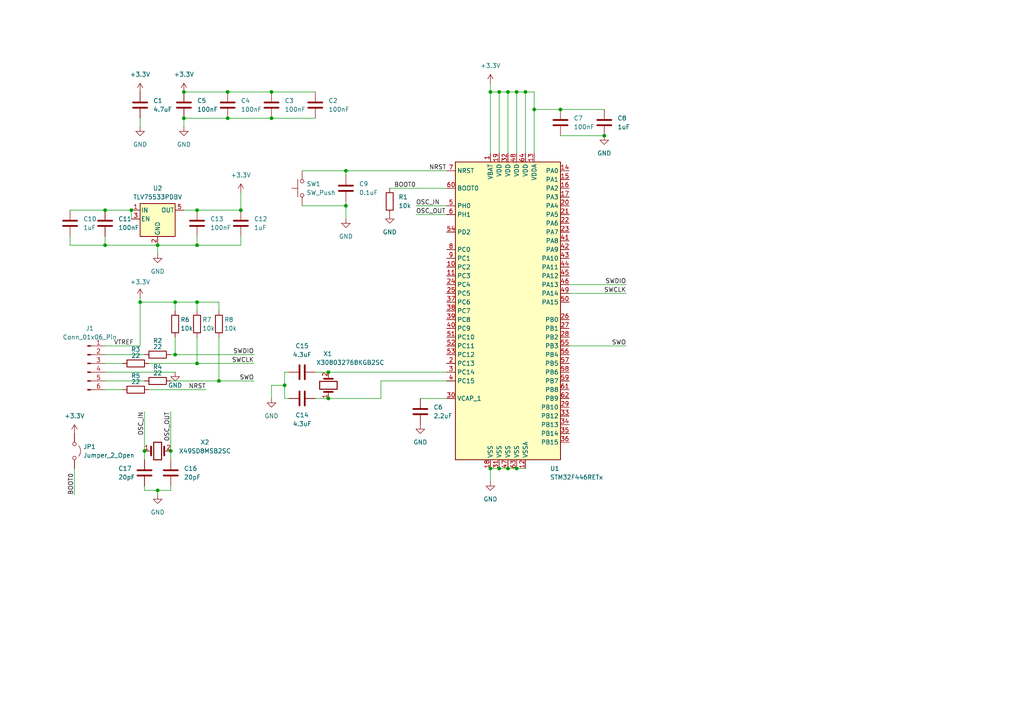
<source format=kicad_sch>
(kicad_sch
	(version 20231120)
	(generator "eeschema")
	(generator_version "8.0")
	(uuid "b601aa86-2976-4795-adaf-3cad71a489e3")
	(paper "A4")
	(lib_symbols
		(symbol "Connector:Conn_01x06_Pin"
			(pin_names
				(offset 1.016) hide)
			(exclude_from_sim no)
			(in_bom yes)
			(on_board yes)
			(property "Reference" "J"
				(at 0 7.62 0)
				(effects
					(font
						(size 1.27 1.27)
					)
				)
			)
			(property "Value" "Conn_01x06_Pin"
				(at 0 -10.16 0)
				(effects
					(font
						(size 1.27 1.27)
					)
				)
			)
			(property "Footprint" ""
				(at 0 0 0)
				(effects
					(font
						(size 1.27 1.27)
					)
					(hide yes)
				)
			)
			(property "Datasheet" "~"
				(at 0 0 0)
				(effects
					(font
						(size 1.27 1.27)
					)
					(hide yes)
				)
			)
			(property "Description" "Generic connector, single row, 01x06, script generated"
				(at 0 0 0)
				(effects
					(font
						(size 1.27 1.27)
					)
					(hide yes)
				)
			)
			(property "ki_locked" ""
				(at 0 0 0)
				(effects
					(font
						(size 1.27 1.27)
					)
				)
			)
			(property "ki_keywords" "connector"
				(at 0 0 0)
				(effects
					(font
						(size 1.27 1.27)
					)
					(hide yes)
				)
			)
			(property "ki_fp_filters" "Connector*:*_1x??_*"
				(at 0 0 0)
				(effects
					(font
						(size 1.27 1.27)
					)
					(hide yes)
				)
			)
			(symbol "Conn_01x06_Pin_1_1"
				(polyline
					(pts
						(xy 1.27 -7.62) (xy 0.8636 -7.62)
					)
					(stroke
						(width 0.1524)
						(type default)
					)
					(fill
						(type none)
					)
				)
				(polyline
					(pts
						(xy 1.27 -5.08) (xy 0.8636 -5.08)
					)
					(stroke
						(width 0.1524)
						(type default)
					)
					(fill
						(type none)
					)
				)
				(polyline
					(pts
						(xy 1.27 -2.54) (xy 0.8636 -2.54)
					)
					(stroke
						(width 0.1524)
						(type default)
					)
					(fill
						(type none)
					)
				)
				(polyline
					(pts
						(xy 1.27 0) (xy 0.8636 0)
					)
					(stroke
						(width 0.1524)
						(type default)
					)
					(fill
						(type none)
					)
				)
				(polyline
					(pts
						(xy 1.27 2.54) (xy 0.8636 2.54)
					)
					(stroke
						(width 0.1524)
						(type default)
					)
					(fill
						(type none)
					)
				)
				(polyline
					(pts
						(xy 1.27 5.08) (xy 0.8636 5.08)
					)
					(stroke
						(width 0.1524)
						(type default)
					)
					(fill
						(type none)
					)
				)
				(rectangle
					(start 0.8636 -7.493)
					(end 0 -7.747)
					(stroke
						(width 0.1524)
						(type default)
					)
					(fill
						(type outline)
					)
				)
				(rectangle
					(start 0.8636 -4.953)
					(end 0 -5.207)
					(stroke
						(width 0.1524)
						(type default)
					)
					(fill
						(type outline)
					)
				)
				(rectangle
					(start 0.8636 -2.413)
					(end 0 -2.667)
					(stroke
						(width 0.1524)
						(type default)
					)
					(fill
						(type outline)
					)
				)
				(rectangle
					(start 0.8636 0.127)
					(end 0 -0.127)
					(stroke
						(width 0.1524)
						(type default)
					)
					(fill
						(type outline)
					)
				)
				(rectangle
					(start 0.8636 2.667)
					(end 0 2.413)
					(stroke
						(width 0.1524)
						(type default)
					)
					(fill
						(type outline)
					)
				)
				(rectangle
					(start 0.8636 5.207)
					(end 0 4.953)
					(stroke
						(width 0.1524)
						(type default)
					)
					(fill
						(type outline)
					)
				)
				(pin passive line
					(at 5.08 5.08 180)
					(length 3.81)
					(name "Pin_1"
						(effects
							(font
								(size 1.27 1.27)
							)
						)
					)
					(number "1"
						(effects
							(font
								(size 1.27 1.27)
							)
						)
					)
				)
				(pin passive line
					(at 5.08 2.54 180)
					(length 3.81)
					(name "Pin_2"
						(effects
							(font
								(size 1.27 1.27)
							)
						)
					)
					(number "2"
						(effects
							(font
								(size 1.27 1.27)
							)
						)
					)
				)
				(pin passive line
					(at 5.08 0 180)
					(length 3.81)
					(name "Pin_3"
						(effects
							(font
								(size 1.27 1.27)
							)
						)
					)
					(number "3"
						(effects
							(font
								(size 1.27 1.27)
							)
						)
					)
				)
				(pin passive line
					(at 5.08 -2.54 180)
					(length 3.81)
					(name "Pin_4"
						(effects
							(font
								(size 1.27 1.27)
							)
						)
					)
					(number "4"
						(effects
							(font
								(size 1.27 1.27)
							)
						)
					)
				)
				(pin passive line
					(at 5.08 -5.08 180)
					(length 3.81)
					(name "Pin_5"
						(effects
							(font
								(size 1.27 1.27)
							)
						)
					)
					(number "5"
						(effects
							(font
								(size 1.27 1.27)
							)
						)
					)
				)
				(pin passive line
					(at 5.08 -7.62 180)
					(length 3.81)
					(name "Pin_6"
						(effects
							(font
								(size 1.27 1.27)
							)
						)
					)
					(number "6"
						(effects
							(font
								(size 1.27 1.27)
							)
						)
					)
				)
			)
		)
		(symbol "Device:C"
			(pin_numbers hide)
			(pin_names
				(offset 0.254)
			)
			(exclude_from_sim no)
			(in_bom yes)
			(on_board yes)
			(property "Reference" "C"
				(at 0.635 2.54 0)
				(effects
					(font
						(size 1.27 1.27)
					)
					(justify left)
				)
			)
			(property "Value" "C"
				(at 0.635 -2.54 0)
				(effects
					(font
						(size 1.27 1.27)
					)
					(justify left)
				)
			)
			(property "Footprint" ""
				(at 0.9652 -3.81 0)
				(effects
					(font
						(size 1.27 1.27)
					)
					(hide yes)
				)
			)
			(property "Datasheet" "~"
				(at 0 0 0)
				(effects
					(font
						(size 1.27 1.27)
					)
					(hide yes)
				)
			)
			(property "Description" "Unpolarized capacitor"
				(at 0 0 0)
				(effects
					(font
						(size 1.27 1.27)
					)
					(hide yes)
				)
			)
			(property "ki_keywords" "cap capacitor"
				(at 0 0 0)
				(effects
					(font
						(size 1.27 1.27)
					)
					(hide yes)
				)
			)
			(property "ki_fp_filters" "C_*"
				(at 0 0 0)
				(effects
					(font
						(size 1.27 1.27)
					)
					(hide yes)
				)
			)
			(symbol "C_0_1"
				(polyline
					(pts
						(xy -2.032 -0.762) (xy 2.032 -0.762)
					)
					(stroke
						(width 0.508)
						(type default)
					)
					(fill
						(type none)
					)
				)
				(polyline
					(pts
						(xy -2.032 0.762) (xy 2.032 0.762)
					)
					(stroke
						(width 0.508)
						(type default)
					)
					(fill
						(type none)
					)
				)
			)
			(symbol "C_1_1"
				(pin passive line
					(at 0 3.81 270)
					(length 2.794)
					(name "~"
						(effects
							(font
								(size 1.27 1.27)
							)
						)
					)
					(number "1"
						(effects
							(font
								(size 1.27 1.27)
							)
						)
					)
				)
				(pin passive line
					(at 0 -3.81 90)
					(length 2.794)
					(name "~"
						(effects
							(font
								(size 1.27 1.27)
							)
						)
					)
					(number "2"
						(effects
							(font
								(size 1.27 1.27)
							)
						)
					)
				)
			)
		)
		(symbol "Device:R"
			(pin_numbers hide)
			(pin_names
				(offset 0)
			)
			(exclude_from_sim no)
			(in_bom yes)
			(on_board yes)
			(property "Reference" "R"
				(at 2.032 0 90)
				(effects
					(font
						(size 1.27 1.27)
					)
				)
			)
			(property "Value" "R"
				(at 0 0 90)
				(effects
					(font
						(size 1.27 1.27)
					)
				)
			)
			(property "Footprint" ""
				(at -1.778 0 90)
				(effects
					(font
						(size 1.27 1.27)
					)
					(hide yes)
				)
			)
			(property "Datasheet" "~"
				(at 0 0 0)
				(effects
					(font
						(size 1.27 1.27)
					)
					(hide yes)
				)
			)
			(property "Description" "Resistor"
				(at 0 0 0)
				(effects
					(font
						(size 1.27 1.27)
					)
					(hide yes)
				)
			)
			(property "ki_keywords" "R res resistor"
				(at 0 0 0)
				(effects
					(font
						(size 1.27 1.27)
					)
					(hide yes)
				)
			)
			(property "ki_fp_filters" "R_*"
				(at 0 0 0)
				(effects
					(font
						(size 1.27 1.27)
					)
					(hide yes)
				)
			)
			(symbol "R_0_1"
				(rectangle
					(start -1.016 -2.54)
					(end 1.016 2.54)
					(stroke
						(width 0.254)
						(type default)
					)
					(fill
						(type none)
					)
				)
			)
			(symbol "R_1_1"
				(pin passive line
					(at 0 3.81 270)
					(length 1.27)
					(name "~"
						(effects
							(font
								(size 1.27 1.27)
							)
						)
					)
					(number "1"
						(effects
							(font
								(size 1.27 1.27)
							)
						)
					)
				)
				(pin passive line
					(at 0 -3.81 90)
					(length 1.27)
					(name "~"
						(effects
							(font
								(size 1.27 1.27)
							)
						)
					)
					(number "2"
						(effects
							(font
								(size 1.27 1.27)
							)
						)
					)
				)
			)
		)
		(symbol "Jumper:Jumper_2_Open"
			(pin_numbers hide)
			(pin_names
				(offset 0) hide)
			(exclude_from_sim yes)
			(in_bom yes)
			(on_board yes)
			(property "Reference" "JP"
				(at 0 2.794 0)
				(effects
					(font
						(size 1.27 1.27)
					)
				)
			)
			(property "Value" "Jumper_2_Open"
				(at 0 -2.286 0)
				(effects
					(font
						(size 1.27 1.27)
					)
				)
			)
			(property "Footprint" ""
				(at 0 0 0)
				(effects
					(font
						(size 1.27 1.27)
					)
					(hide yes)
				)
			)
			(property "Datasheet" "~"
				(at 0 0 0)
				(effects
					(font
						(size 1.27 1.27)
					)
					(hide yes)
				)
			)
			(property "Description" "Jumper, 2-pole, open"
				(at 0 0 0)
				(effects
					(font
						(size 1.27 1.27)
					)
					(hide yes)
				)
			)
			(property "ki_keywords" "Jumper SPST"
				(at 0 0 0)
				(effects
					(font
						(size 1.27 1.27)
					)
					(hide yes)
				)
			)
			(property "ki_fp_filters" "Jumper* TestPoint*2Pads* TestPoint*Bridge*"
				(at 0 0 0)
				(effects
					(font
						(size 1.27 1.27)
					)
					(hide yes)
				)
			)
			(symbol "Jumper_2_Open_0_0"
				(circle
					(center -2.032 0)
					(radius 0.508)
					(stroke
						(width 0)
						(type default)
					)
					(fill
						(type none)
					)
				)
				(circle
					(center 2.032 0)
					(radius 0.508)
					(stroke
						(width 0)
						(type default)
					)
					(fill
						(type none)
					)
				)
			)
			(symbol "Jumper_2_Open_0_1"
				(arc
					(start 1.524 1.27)
					(mid 0 1.778)
					(end -1.524 1.27)
					(stroke
						(width 0)
						(type default)
					)
					(fill
						(type none)
					)
				)
			)
			(symbol "Jumper_2_Open_1_1"
				(pin passive line
					(at -5.08 0 0)
					(length 2.54)
					(name "A"
						(effects
							(font
								(size 1.27 1.27)
							)
						)
					)
					(number "1"
						(effects
							(font
								(size 1.27 1.27)
							)
						)
					)
				)
				(pin passive line
					(at 5.08 0 180)
					(length 2.54)
					(name "B"
						(effects
							(font
								(size 1.27 1.27)
							)
						)
					)
					(number "2"
						(effects
							(font
								(size 1.27 1.27)
							)
						)
					)
				)
			)
		)
		(symbol "MCU_ST_STM32F4:STM32F446RETx"
			(exclude_from_sim no)
			(in_bom yes)
			(on_board yes)
			(property "Reference" "U1"
				(at 12.192 -45.72 0)
				(effects
					(font
						(size 1.27 1.27)
					)
					(justify left)
				)
			)
			(property "Value" "STM32F446RETx"
				(at 12.192 -48.26 0)
				(effects
					(font
						(size 1.27 1.27)
					)
					(justify left)
				)
			)
			(property "Footprint" "Package_QFP:LQFP-64_10x10mm_P0.5mm"
				(at -15.24 -43.18 0)
				(effects
					(font
						(size 1.27 1.27)
					)
					(justify right)
					(hide yes)
				)
			)
			(property "Datasheet" "https://www.st.com/resource/en/datasheet/stm32f446re.pdf"
				(at 0 0 0)
				(effects
					(font
						(size 1.27 1.27)
					)
					(hide yes)
				)
			)
			(property "Description" "STMicroelectronics Arm Cortex-M4 MCU, 512KB flash, 128KB RAM, 180 MHz, 1.8-3.6V, 50 GPIO, LQFP64"
				(at 0 0 0)
				(effects
					(font
						(size 1.27 1.27)
					)
					(hide yes)
				)
			)
			(property "ki_locked" ""
				(at 0 0 0)
				(effects
					(font
						(size 1.27 1.27)
					)
				)
			)
			(property "ki_keywords" "Arm Cortex-M4 STM32F4 STM32F446"
				(at 0 0 0)
				(effects
					(font
						(size 1.27 1.27)
					)
					(hide yes)
				)
			)
			(property "ki_fp_filters" "LQFP*10x10mm*P0.5mm*"
				(at 0 0 0)
				(effects
					(font
						(size 1.27 1.27)
					)
					(hide yes)
				)
			)
			(symbol "STM32F446RETx_0_1"
				(rectangle
					(start -15.24 43.18)
					(end 15.24 -43.18)
					(stroke
						(width 0.254)
						(type default)
					)
					(fill
						(type background)
					)
				)
			)
			(symbol "STM32F446RETx_1_1"
				(pin power_in line
					(at -5.08 45.72 270)
					(length 2.54)
					(name "VBAT"
						(effects
							(font
								(size 1.27 1.27)
							)
						)
					)
					(number "1"
						(effects
							(font
								(size 1.27 1.27)
							)
						)
					)
				)
				(pin bidirectional line
					(at -17.78 12.7 0)
					(length 2.54)
					(name "PC2"
						(effects
							(font
								(size 1.27 1.27)
							)
						)
					)
					(number "10"
						(effects
							(font
								(size 1.27 1.27)
							)
						)
					)
					(alternate "ADC1_IN12" bidirectional line)
					(alternate "ADC2_IN12" bidirectional line)
					(alternate "ADC3_IN12" bidirectional line)
					(alternate "SPI2_MISO" bidirectional line)
					(alternate "USB_OTG_HS_ULPI_DIR" bidirectional line)
				)
				(pin bidirectional line
					(at -17.78 10.16 0)
					(length 2.54)
					(name "PC3"
						(effects
							(font
								(size 1.27 1.27)
							)
						)
					)
					(number "11"
						(effects
							(font
								(size 1.27 1.27)
							)
						)
					)
					(alternate "ADC1_IN13" bidirectional line)
					(alternate "ADC2_IN13" bidirectional line)
					(alternate "ADC3_IN13" bidirectional line)
					(alternate "I2S2_SD" bidirectional line)
					(alternate "SPI2_MOSI" bidirectional line)
					(alternate "USB_OTG_HS_ULPI_NXT" bidirectional line)
				)
				(pin power_in line
					(at 5.08 -45.72 90)
					(length 2.54)
					(name "VSSA"
						(effects
							(font
								(size 1.27 1.27)
							)
						)
					)
					(number "12"
						(effects
							(font
								(size 1.27 1.27)
							)
						)
					)
				)
				(pin power_in line
					(at 7.62 45.72 270)
					(length 2.54)
					(name "VDDA"
						(effects
							(font
								(size 1.27 1.27)
							)
						)
					)
					(number "13"
						(effects
							(font
								(size 1.27 1.27)
							)
						)
					)
				)
				(pin bidirectional line
					(at 17.78 40.64 180)
					(length 2.54)
					(name "PA0"
						(effects
							(font
								(size 1.27 1.27)
							)
						)
					)
					(number "14"
						(effects
							(font
								(size 1.27 1.27)
							)
						)
					)
					(alternate "ADC1_IN0" bidirectional line)
					(alternate "ADC2_IN0" bidirectional line)
					(alternate "ADC3_IN0" bidirectional line)
					(alternate "RTC_AF2" bidirectional line)
					(alternate "SYS_WKUP0" bidirectional line)
					(alternate "TIM2_CH1" bidirectional line)
					(alternate "TIM2_ETR" bidirectional line)
					(alternate "TIM5_CH1" bidirectional line)
					(alternate "TIM8_ETR" bidirectional line)
					(alternate "UART4_TX" bidirectional line)
					(alternate "USART2_CTS" bidirectional line)
				)
				(pin bidirectional line
					(at 17.78 38.1 180)
					(length 2.54)
					(name "PA1"
						(effects
							(font
								(size 1.27 1.27)
							)
						)
					)
					(number "15"
						(effects
							(font
								(size 1.27 1.27)
							)
						)
					)
					(alternate "ADC1_IN1" bidirectional line)
					(alternate "ADC2_IN1" bidirectional line)
					(alternate "ADC3_IN1" bidirectional line)
					(alternate "QUADSPI_BK1_IO3" bidirectional line)
					(alternate "TIM2_CH2" bidirectional line)
					(alternate "TIM5_CH2" bidirectional line)
					(alternate "UART4_RX" bidirectional line)
					(alternate "USART2_RTS" bidirectional line)
				)
				(pin bidirectional line
					(at 17.78 35.56 180)
					(length 2.54)
					(name "PA2"
						(effects
							(font
								(size 1.27 1.27)
							)
						)
					)
					(number "16"
						(effects
							(font
								(size 1.27 1.27)
							)
						)
					)
					(alternate "ADC1_IN2" bidirectional line)
					(alternate "ADC2_IN2" bidirectional line)
					(alternate "ADC3_IN2" bidirectional line)
					(alternate "TIM2_CH3" bidirectional line)
					(alternate "TIM5_CH3" bidirectional line)
					(alternate "TIM9_CH1" bidirectional line)
					(alternate "USART2_TX" bidirectional line)
				)
				(pin bidirectional line
					(at 17.78 33.02 180)
					(length 2.54)
					(name "PA3"
						(effects
							(font
								(size 1.27 1.27)
							)
						)
					)
					(number "17"
						(effects
							(font
								(size 1.27 1.27)
							)
						)
					)
					(alternate "ADC1_IN3" bidirectional line)
					(alternate "ADC2_IN3" bidirectional line)
					(alternate "ADC3_IN3" bidirectional line)
					(alternate "SAI1_FS_A" bidirectional line)
					(alternate "TIM2_CH4" bidirectional line)
					(alternate "TIM5_CH4" bidirectional line)
					(alternate "TIM9_CH2" bidirectional line)
					(alternate "USART2_RX" bidirectional line)
					(alternate "USB_OTG_HS_ULPI_D0" bidirectional line)
				)
				(pin power_in line
					(at -5.08 -45.72 90)
					(length 2.54)
					(name "VSS"
						(effects
							(font
								(size 1.27 1.27)
							)
						)
					)
					(number "18"
						(effects
							(font
								(size 1.27 1.27)
							)
						)
					)
				)
				(pin power_in line
					(at -2.54 45.72 270)
					(length 2.54)
					(name "VDD"
						(effects
							(font
								(size 1.27 1.27)
							)
						)
					)
					(number "19"
						(effects
							(font
								(size 1.27 1.27)
							)
						)
					)
				)
				(pin bidirectional line
					(at -17.78 -15.24 0)
					(length 2.54)
					(name "PC13"
						(effects
							(font
								(size 1.27 1.27)
							)
						)
					)
					(number "2"
						(effects
							(font
								(size 1.27 1.27)
							)
						)
					)
					(alternate "RTC_AF1" bidirectional line)
					(alternate "SYS_WKUP1" bidirectional line)
				)
				(pin bidirectional line
					(at 17.78 30.48 180)
					(length 2.54)
					(name "PA4"
						(effects
							(font
								(size 1.27 1.27)
							)
						)
					)
					(number "20"
						(effects
							(font
								(size 1.27 1.27)
							)
						)
					)
					(alternate "ADC1_IN4" bidirectional line)
					(alternate "ADC2_IN4" bidirectional line)
					(alternate "DAC_OUT1" bidirectional line)
					(alternate "DCMI_HSYNC" bidirectional line)
					(alternate "I2S1_WS" bidirectional line)
					(alternate "I2S3_WS" bidirectional line)
					(alternate "SPI1_NSS" bidirectional line)
					(alternate "SPI3_NSS" bidirectional line)
					(alternate "USART2_CK" bidirectional line)
					(alternate "USB_OTG_HS_SOF" bidirectional line)
				)
				(pin bidirectional line
					(at 17.78 27.94 180)
					(length 2.54)
					(name "PA5"
						(effects
							(font
								(size 1.27 1.27)
							)
						)
					)
					(number "21"
						(effects
							(font
								(size 1.27 1.27)
							)
						)
					)
					(alternate "ADC1_IN5" bidirectional line)
					(alternate "ADC2_IN5" bidirectional line)
					(alternate "DAC_OUT2" bidirectional line)
					(alternate "I2S1_CK" bidirectional line)
					(alternate "SPI1_SCK" bidirectional line)
					(alternate "TIM2_CH1" bidirectional line)
					(alternate "TIM2_ETR" bidirectional line)
					(alternate "TIM8_CH1N" bidirectional line)
					(alternate "USB_OTG_HS_ULPI_CK" bidirectional line)
				)
				(pin bidirectional line
					(at 17.78 25.4 180)
					(length 2.54)
					(name "PA6"
						(effects
							(font
								(size 1.27 1.27)
							)
						)
					)
					(number "22"
						(effects
							(font
								(size 1.27 1.27)
							)
						)
					)
					(alternate "ADC1_IN6" bidirectional line)
					(alternate "ADC2_IN6" bidirectional line)
					(alternate "DCMI_PIXCLK" bidirectional line)
					(alternate "I2S2_MCK" bidirectional line)
					(alternate "SPI1_MISO" bidirectional line)
					(alternate "TIM13_CH1" bidirectional line)
					(alternate "TIM1_BKIN" bidirectional line)
					(alternate "TIM3_CH1" bidirectional line)
					(alternate "TIM8_BKIN" bidirectional line)
				)
				(pin bidirectional line
					(at 17.78 22.86 180)
					(length 2.54)
					(name "PA7"
						(effects
							(font
								(size 1.27 1.27)
							)
						)
					)
					(number "23"
						(effects
							(font
								(size 1.27 1.27)
							)
						)
					)
					(alternate "ADC1_IN7" bidirectional line)
					(alternate "ADC2_IN7" bidirectional line)
					(alternate "I2S1_SD" bidirectional line)
					(alternate "SPI1_MOSI" bidirectional line)
					(alternate "TIM14_CH1" bidirectional line)
					(alternate "TIM1_CH1N" bidirectional line)
					(alternate "TIM3_CH2" bidirectional line)
					(alternate "TIM8_CH1N" bidirectional line)
				)
				(pin bidirectional line
					(at -17.78 7.62 0)
					(length 2.54)
					(name "PC4"
						(effects
							(font
								(size 1.27 1.27)
							)
						)
					)
					(number "24"
						(effects
							(font
								(size 1.27 1.27)
							)
						)
					)
					(alternate "ADC1_IN14" bidirectional line)
					(alternate "ADC2_IN14" bidirectional line)
					(alternate "I2S1_MCK" bidirectional line)
					(alternate "SPDIFRX_IN2" bidirectional line)
				)
				(pin bidirectional line
					(at -17.78 5.08 0)
					(length 2.54)
					(name "PC5"
						(effects
							(font
								(size 1.27 1.27)
							)
						)
					)
					(number "25"
						(effects
							(font
								(size 1.27 1.27)
							)
						)
					)
					(alternate "ADC1_IN15" bidirectional line)
					(alternate "ADC2_IN15" bidirectional line)
					(alternate "SPDIFRX_IN3" bidirectional line)
					(alternate "USART3_RX" bidirectional line)
				)
				(pin bidirectional line
					(at 17.78 -2.54 180)
					(length 2.54)
					(name "PB0"
						(effects
							(font
								(size 1.27 1.27)
							)
						)
					)
					(number "26"
						(effects
							(font
								(size 1.27 1.27)
							)
						)
					)
					(alternate "ADC1_IN8" bidirectional line)
					(alternate "ADC2_IN8" bidirectional line)
					(alternate "I2S3_SD" bidirectional line)
					(alternate "SDIO_D1" bidirectional line)
					(alternate "SPI3_MOSI" bidirectional line)
					(alternate "TIM1_CH2N" bidirectional line)
					(alternate "TIM3_CH3" bidirectional line)
					(alternate "TIM8_CH2N" bidirectional line)
					(alternate "UART4_CTS" bidirectional line)
					(alternate "USB_OTG_HS_ULPI_D1" bidirectional line)
				)
				(pin bidirectional line
					(at 17.78 -5.08 180)
					(length 2.54)
					(name "PB1"
						(effects
							(font
								(size 1.27 1.27)
							)
						)
					)
					(number "27"
						(effects
							(font
								(size 1.27 1.27)
							)
						)
					)
					(alternate "ADC1_IN9" bidirectional line)
					(alternate "ADC2_IN9" bidirectional line)
					(alternate "SDIO_D2" bidirectional line)
					(alternate "TIM1_CH3N" bidirectional line)
					(alternate "TIM3_CH4" bidirectional line)
					(alternate "TIM8_CH3N" bidirectional line)
					(alternate "USB_OTG_HS_ULPI_D2" bidirectional line)
				)
				(pin bidirectional line
					(at 17.78 -7.62 180)
					(length 2.54)
					(name "PB2"
						(effects
							(font
								(size 1.27 1.27)
							)
						)
					)
					(number "28"
						(effects
							(font
								(size 1.27 1.27)
							)
						)
					)
					(alternate "I2S3_SD" bidirectional line)
					(alternate "QUADSPI_CLK" bidirectional line)
					(alternate "SAI1_SD_A" bidirectional line)
					(alternate "SDIO_CK" bidirectional line)
					(alternate "SPI3_MOSI" bidirectional line)
					(alternate "TIM2_CH4" bidirectional line)
					(alternate "USB_OTG_HS_ULPI_D4" bidirectional line)
				)
				(pin bidirectional line
					(at 17.78 -27.94 180)
					(length 2.54)
					(name "PB10"
						(effects
							(font
								(size 1.27 1.27)
							)
						)
					)
					(number "29"
						(effects
							(font
								(size 1.27 1.27)
							)
						)
					)
					(alternate "I2C2_SCL" bidirectional line)
					(alternate "I2S2_CK" bidirectional line)
					(alternate "SAI1_SCK_A" bidirectional line)
					(alternate "SPI2_SCK" bidirectional line)
					(alternate "TIM2_CH3" bidirectional line)
					(alternate "USART3_TX" bidirectional line)
					(alternate "USB_OTG_HS_ULPI_D3" bidirectional line)
				)
				(pin bidirectional line
					(at -17.78 -17.78 0)
					(length 2.54)
					(name "PC14"
						(effects
							(font
								(size 1.27 1.27)
							)
						)
					)
					(number "3"
						(effects
							(font
								(size 1.27 1.27)
							)
						)
					)
					(alternate "RCC_OSC32_IN" bidirectional line)
				)
				(pin power_out line
					(at -17.78 -25.4 0)
					(length 2.54)
					(name "VCAP_1"
						(effects
							(font
								(size 1.27 1.27)
							)
						)
					)
					(number "30"
						(effects
							(font
								(size 1.27 1.27)
							)
						)
					)
				)
				(pin power_in line
					(at -2.54 -45.72 90)
					(length 2.54)
					(name "VSS"
						(effects
							(font
								(size 1.27 1.27)
							)
						)
					)
					(number "31"
						(effects
							(font
								(size 1.27 1.27)
							)
						)
					)
				)
				(pin power_in line
					(at 0 45.72 270)
					(length 2.54)
					(name "VDD"
						(effects
							(font
								(size 1.27 1.27)
							)
						)
					)
					(number "32"
						(effects
							(font
								(size 1.27 1.27)
							)
						)
					)
				)
				(pin bidirectional line
					(at 17.78 -30.48 180)
					(length 2.54)
					(name "PB12"
						(effects
							(font
								(size 1.27 1.27)
							)
						)
					)
					(number "33"
						(effects
							(font
								(size 1.27 1.27)
							)
						)
					)
					(alternate "CAN2_RX" bidirectional line)
					(alternate "I2C2_SMBA" bidirectional line)
					(alternate "I2S2_WS" bidirectional line)
					(alternate "SAI1_SCK_B" bidirectional line)
					(alternate "SPI2_NSS" bidirectional line)
					(alternate "TIM1_BKIN" bidirectional line)
					(alternate "USART3_CK" bidirectional line)
					(alternate "USB_OTG_HS_ID" bidirectional line)
					(alternate "USB_OTG_HS_ULPI_D5" bidirectional line)
				)
				(pin bidirectional line
					(at 17.78 -33.02 180)
					(length 2.54)
					(name "PB13"
						(effects
							(font
								(size 1.27 1.27)
							)
						)
					)
					(number "34"
						(effects
							(font
								(size 1.27 1.27)
							)
						)
					)
					(alternate "CAN2_TX" bidirectional line)
					(alternate "I2S2_CK" bidirectional line)
					(alternate "SPI2_SCK" bidirectional line)
					(alternate "TIM1_CH1N" bidirectional line)
					(alternate "USART3_CTS" bidirectional line)
					(alternate "USB_OTG_HS_ULPI_D6" bidirectional line)
					(alternate "USB_OTG_HS_VBUS" bidirectional line)
				)
				(pin bidirectional line
					(at 17.78 -35.56 180)
					(length 2.54)
					(name "PB14"
						(effects
							(font
								(size 1.27 1.27)
							)
						)
					)
					(number "35"
						(effects
							(font
								(size 1.27 1.27)
							)
						)
					)
					(alternate "SPI2_MISO" bidirectional line)
					(alternate "TIM12_CH1" bidirectional line)
					(alternate "TIM1_CH2N" bidirectional line)
					(alternate "TIM8_CH2N" bidirectional line)
					(alternate "USART3_RTS" bidirectional line)
					(alternate "USB_OTG_HS_DM" bidirectional line)
				)
				(pin bidirectional line
					(at 17.78 -38.1 180)
					(length 2.54)
					(name "PB15"
						(effects
							(font
								(size 1.27 1.27)
							)
						)
					)
					(number "36"
						(effects
							(font
								(size 1.27 1.27)
							)
						)
					)
					(alternate "ADC1_EXTI15" bidirectional line)
					(alternate "ADC2_EXTI15" bidirectional line)
					(alternate "ADC3_EXTI15" bidirectional line)
					(alternate "I2S2_SD" bidirectional line)
					(alternate "RTC_REFIN" bidirectional line)
					(alternate "SPI2_MOSI" bidirectional line)
					(alternate "TIM12_CH2" bidirectional line)
					(alternate "TIM1_CH3N" bidirectional line)
					(alternate "TIM8_CH3N" bidirectional line)
					(alternate "USB_OTG_HS_DP" bidirectional line)
				)
				(pin bidirectional line
					(at -17.78 2.54 0)
					(length 2.54)
					(name "PC6"
						(effects
							(font
								(size 1.27 1.27)
							)
						)
					)
					(number "37"
						(effects
							(font
								(size 1.27 1.27)
							)
						)
					)
					(alternate "DCMI_D0" bidirectional line)
					(alternate "FMPI2C1_SCL" bidirectional line)
					(alternate "I2S2_MCK" bidirectional line)
					(alternate "SDIO_D6" bidirectional line)
					(alternate "TIM3_CH1" bidirectional line)
					(alternate "TIM8_CH1" bidirectional line)
					(alternate "USART6_TX" bidirectional line)
				)
				(pin bidirectional line
					(at -17.78 0 0)
					(length 2.54)
					(name "PC7"
						(effects
							(font
								(size 1.27 1.27)
							)
						)
					)
					(number "38"
						(effects
							(font
								(size 1.27 1.27)
							)
						)
					)
					(alternate "DCMI_D1" bidirectional line)
					(alternate "FMPI2C1_SDA" bidirectional line)
					(alternate "I2S2_CK" bidirectional line)
					(alternate "I2S3_MCK" bidirectional line)
					(alternate "SDIO_D7" bidirectional line)
					(alternate "SPDIFRX_IN1" bidirectional line)
					(alternate "SPI2_SCK" bidirectional line)
					(alternate "TIM3_CH2" bidirectional line)
					(alternate "TIM8_CH2" bidirectional line)
					(alternate "USART6_RX" bidirectional line)
				)
				(pin bidirectional line
					(at -17.78 -2.54 0)
					(length 2.54)
					(name "PC8"
						(effects
							(font
								(size 1.27 1.27)
							)
						)
					)
					(number "39"
						(effects
							(font
								(size 1.27 1.27)
							)
						)
					)
					(alternate "DCMI_D2" bidirectional line)
					(alternate "SDIO_D0" bidirectional line)
					(alternate "SYS_TRACED0" bidirectional line)
					(alternate "TIM3_CH3" bidirectional line)
					(alternate "TIM8_CH3" bidirectional line)
					(alternate "UART5_RTS" bidirectional line)
					(alternate "USART6_CK" bidirectional line)
				)
				(pin bidirectional line
					(at -17.78 -20.32 0)
					(length 2.54)
					(name "PC15"
						(effects
							(font
								(size 1.27 1.27)
							)
						)
					)
					(number "4"
						(effects
							(font
								(size 1.27 1.27)
							)
						)
					)
					(alternate "ADC1_EXTI15" bidirectional line)
					(alternate "ADC2_EXTI15" bidirectional line)
					(alternate "ADC3_EXTI15" bidirectional line)
					(alternate "RCC_OSC32_OUT" bidirectional line)
				)
				(pin bidirectional line
					(at -17.78 -5.08 0)
					(length 2.54)
					(name "PC9"
						(effects
							(font
								(size 1.27 1.27)
							)
						)
					)
					(number "40"
						(effects
							(font
								(size 1.27 1.27)
							)
						)
					)
					(alternate "DAC_EXTI9" bidirectional line)
					(alternate "DCMI_D3" bidirectional line)
					(alternate "I2C3_SDA" bidirectional line)
					(alternate "I2S_CKIN" bidirectional line)
					(alternate "QUADSPI_BK1_IO0" bidirectional line)
					(alternate "RCC_MCO_2" bidirectional line)
					(alternate "SDIO_D1" bidirectional line)
					(alternate "TIM3_CH4" bidirectional line)
					(alternate "TIM8_CH4" bidirectional line)
					(alternate "UART5_CTS" bidirectional line)
				)
				(pin bidirectional line
					(at 17.78 20.32 180)
					(length 2.54)
					(name "PA8"
						(effects
							(font
								(size 1.27 1.27)
							)
						)
					)
					(number "41"
						(effects
							(font
								(size 1.27 1.27)
							)
						)
					)
					(alternate "I2C3_SCL" bidirectional line)
					(alternate "RCC_MCO_1" bidirectional line)
					(alternate "TIM1_CH1" bidirectional line)
					(alternate "USART1_CK" bidirectional line)
					(alternate "USB_OTG_FS_SOF" bidirectional line)
				)
				(pin bidirectional line
					(at 17.78 17.78 180)
					(length 2.54)
					(name "PA9"
						(effects
							(font
								(size 1.27 1.27)
							)
						)
					)
					(number "42"
						(effects
							(font
								(size 1.27 1.27)
							)
						)
					)
					(alternate "DAC_EXTI9" bidirectional line)
					(alternate "DCMI_D0" bidirectional line)
					(alternate "I2C3_SMBA" bidirectional line)
					(alternate "I2S2_CK" bidirectional line)
					(alternate "SAI1_SD_B" bidirectional line)
					(alternate "SPI2_SCK" bidirectional line)
					(alternate "TIM1_CH2" bidirectional line)
					(alternate "USART1_TX" bidirectional line)
					(alternate "USB_OTG_FS_VBUS" bidirectional line)
				)
				(pin bidirectional line
					(at 17.78 15.24 180)
					(length 2.54)
					(name "PA10"
						(effects
							(font
								(size 1.27 1.27)
							)
						)
					)
					(number "43"
						(effects
							(font
								(size 1.27 1.27)
							)
						)
					)
					(alternate "DCMI_D1" bidirectional line)
					(alternate "TIM1_CH3" bidirectional line)
					(alternate "USART1_RX" bidirectional line)
					(alternate "USB_OTG_FS_ID" bidirectional line)
				)
				(pin bidirectional line
					(at 17.78 12.7 180)
					(length 2.54)
					(name "PA11"
						(effects
							(font
								(size 1.27 1.27)
							)
						)
					)
					(number "44"
						(effects
							(font
								(size 1.27 1.27)
							)
						)
					)
					(alternate "ADC1_EXTI11" bidirectional line)
					(alternate "ADC2_EXTI11" bidirectional line)
					(alternate "ADC3_EXTI11" bidirectional line)
					(alternate "CAN1_RX" bidirectional line)
					(alternate "TIM1_CH4" bidirectional line)
					(alternate "USART1_CTS" bidirectional line)
					(alternate "USB_OTG_FS_DM" bidirectional line)
				)
				(pin bidirectional line
					(at 17.78 10.16 180)
					(length 2.54)
					(name "PA12"
						(effects
							(font
								(size 1.27 1.27)
							)
						)
					)
					(number "45"
						(effects
							(font
								(size 1.27 1.27)
							)
						)
					)
					(alternate "CAN1_TX" bidirectional line)
					(alternate "TIM1_ETR" bidirectional line)
					(alternate "USART1_RTS" bidirectional line)
					(alternate "USB_OTG_FS_DP" bidirectional line)
				)
				(pin bidirectional line
					(at 17.78 7.62 180)
					(length 2.54)
					(name "PA13"
						(effects
							(font
								(size 1.27 1.27)
							)
						)
					)
					(number "46"
						(effects
							(font
								(size 1.27 1.27)
							)
						)
					)
					(alternate "SYS_JTMS-SWDIO" bidirectional line)
				)
				(pin power_in line
					(at 0 -45.72 90)
					(length 2.54)
					(name "VSS"
						(effects
							(font
								(size 1.27 1.27)
							)
						)
					)
					(number "47"
						(effects
							(font
								(size 1.27 1.27)
							)
						)
					)
				)
				(pin power_in line
					(at 2.54 45.72 270)
					(length 2.54)
					(name "VDD"
						(effects
							(font
								(size 1.27 1.27)
							)
						)
					)
					(number "48"
						(effects
							(font
								(size 1.27 1.27)
							)
						)
					)
				)
				(pin bidirectional line
					(at 17.78 5.08 180)
					(length 2.54)
					(name "PA14"
						(effects
							(font
								(size 1.27 1.27)
							)
						)
					)
					(number "49"
						(effects
							(font
								(size 1.27 1.27)
							)
						)
					)
					(alternate "SYS_JTCK-SWCLK" bidirectional line)
				)
				(pin bidirectional line
					(at -17.78 30.48 0)
					(length 2.54)
					(name "PH0"
						(effects
							(font
								(size 1.27 1.27)
							)
						)
					)
					(number "5"
						(effects
							(font
								(size 1.27 1.27)
							)
						)
					)
					(alternate "RCC_OSC_IN" bidirectional line)
				)
				(pin bidirectional line
					(at 17.78 2.54 180)
					(length 2.54)
					(name "PA15"
						(effects
							(font
								(size 1.27 1.27)
							)
						)
					)
					(number "50"
						(effects
							(font
								(size 1.27 1.27)
							)
						)
					)
					(alternate "ADC1_EXTI15" bidirectional line)
					(alternate "ADC2_EXTI15" bidirectional line)
					(alternate "ADC3_EXTI15" bidirectional line)
					(alternate "CEC" bidirectional line)
					(alternate "I2S1_WS" bidirectional line)
					(alternate "I2S3_WS" bidirectional line)
					(alternate "SPI1_NSS" bidirectional line)
					(alternate "SPI3_NSS" bidirectional line)
					(alternate "SYS_JTDI" bidirectional line)
					(alternate "TIM2_CH1" bidirectional line)
					(alternate "TIM2_ETR" bidirectional line)
					(alternate "UART4_RTS" bidirectional line)
				)
				(pin bidirectional line
					(at -17.78 -7.62 0)
					(length 2.54)
					(name "PC10"
						(effects
							(font
								(size 1.27 1.27)
							)
						)
					)
					(number "51"
						(effects
							(font
								(size 1.27 1.27)
							)
						)
					)
					(alternate "DCMI_D8" bidirectional line)
					(alternate "I2S3_CK" bidirectional line)
					(alternate "QUADSPI_BK1_IO1" bidirectional line)
					(alternate "SDIO_D2" bidirectional line)
					(alternate "SPI3_SCK" bidirectional line)
					(alternate "UART4_TX" bidirectional line)
					(alternate "USART3_TX" bidirectional line)
				)
				(pin bidirectional line
					(at -17.78 -10.16 0)
					(length 2.54)
					(name "PC11"
						(effects
							(font
								(size 1.27 1.27)
							)
						)
					)
					(number "52"
						(effects
							(font
								(size 1.27 1.27)
							)
						)
					)
					(alternate "ADC1_EXTI11" bidirectional line)
					(alternate "ADC2_EXTI11" bidirectional line)
					(alternate "ADC3_EXTI11" bidirectional line)
					(alternate "DCMI_D4" bidirectional line)
					(alternate "QUADSPI_BK2_NCS" bidirectional line)
					(alternate "SDIO_D3" bidirectional line)
					(alternate "SPI3_MISO" bidirectional line)
					(alternate "UART4_RX" bidirectional line)
					(alternate "USART3_RX" bidirectional line)
				)
				(pin bidirectional line
					(at -17.78 -12.7 0)
					(length 2.54)
					(name "PC12"
						(effects
							(font
								(size 1.27 1.27)
							)
						)
					)
					(number "53"
						(effects
							(font
								(size 1.27 1.27)
							)
						)
					)
					(alternate "DCMI_D9" bidirectional line)
					(alternate "I2C2_SDA" bidirectional line)
					(alternate "I2S3_SD" bidirectional line)
					(alternate "SDIO_CK" bidirectional line)
					(alternate "SPI3_MOSI" bidirectional line)
					(alternate "UART5_TX" bidirectional line)
					(alternate "USART3_CK" bidirectional line)
				)
				(pin bidirectional line
					(at -17.78 22.86 0)
					(length 2.54)
					(name "PD2"
						(effects
							(font
								(size 1.27 1.27)
							)
						)
					)
					(number "54"
						(effects
							(font
								(size 1.27 1.27)
							)
						)
					)
					(alternate "DCMI_D11" bidirectional line)
					(alternate "SDIO_CMD" bidirectional line)
					(alternate "TIM3_ETR" bidirectional line)
					(alternate "UART5_RX" bidirectional line)
				)
				(pin bidirectional line
					(at 17.78 -10.16 180)
					(length 2.54)
					(name "PB3"
						(effects
							(font
								(size 1.27 1.27)
							)
						)
					)
					(number "55"
						(effects
							(font
								(size 1.27 1.27)
							)
						)
					)
					(alternate "I2C2_SDA" bidirectional line)
					(alternate "I2S1_CK" bidirectional line)
					(alternate "I2S3_CK" bidirectional line)
					(alternate "SPI1_SCK" bidirectional line)
					(alternate "SPI3_SCK" bidirectional line)
					(alternate "SYS_JTDO-SWO" bidirectional line)
					(alternate "TIM2_CH2" bidirectional line)
				)
				(pin bidirectional line
					(at 17.78 -12.7 180)
					(length 2.54)
					(name "PB4"
						(effects
							(font
								(size 1.27 1.27)
							)
						)
					)
					(number "56"
						(effects
							(font
								(size 1.27 1.27)
							)
						)
					)
					(alternate "I2C3_SDA" bidirectional line)
					(alternate "I2S2_WS" bidirectional line)
					(alternate "SPI1_MISO" bidirectional line)
					(alternate "SPI2_NSS" bidirectional line)
					(alternate "SPI3_MISO" bidirectional line)
					(alternate "SYS_JTRST" bidirectional line)
					(alternate "TIM3_CH1" bidirectional line)
				)
				(pin bidirectional line
					(at 17.78 -15.24 180)
					(length 2.54)
					(name "PB5"
						(effects
							(font
								(size 1.27 1.27)
							)
						)
					)
					(number "57"
						(effects
							(font
								(size 1.27 1.27)
							)
						)
					)
					(alternate "CAN2_RX" bidirectional line)
					(alternate "DCMI_D10" bidirectional line)
					(alternate "I2C1_SMBA" bidirectional line)
					(alternate "I2S1_SD" bidirectional line)
					(alternate "I2S3_SD" bidirectional line)
					(alternate "SPI1_MOSI" bidirectional line)
					(alternate "SPI3_MOSI" bidirectional line)
					(alternate "TIM3_CH2" bidirectional line)
					(alternate "USB_OTG_HS_ULPI_D7" bidirectional line)
				)
				(pin bidirectional line
					(at 17.78 -17.78 180)
					(length 2.54)
					(name "PB6"
						(effects
							(font
								(size 1.27 1.27)
							)
						)
					)
					(number "58"
						(effects
							(font
								(size 1.27 1.27)
							)
						)
					)
					(alternate "CAN2_TX" bidirectional line)
					(alternate "CEC" bidirectional line)
					(alternate "DCMI_D5" bidirectional line)
					(alternate "I2C1_SCL" bidirectional line)
					(alternate "QUADSPI_BK1_NCS" bidirectional line)
					(alternate "TIM4_CH1" bidirectional line)
					(alternate "USART1_TX" bidirectional line)
				)
				(pin bidirectional line
					(at 17.78 -20.32 180)
					(length 2.54)
					(name "PB7"
						(effects
							(font
								(size 1.27 1.27)
							)
						)
					)
					(number "59"
						(effects
							(font
								(size 1.27 1.27)
							)
						)
					)
					(alternate "DCMI_VSYNC" bidirectional line)
					(alternate "I2C1_SDA" bidirectional line)
					(alternate "SPDIFRX_IN0" bidirectional line)
					(alternate "TIM4_CH2" bidirectional line)
					(alternate "USART1_RX" bidirectional line)
				)
				(pin bidirectional line
					(at -17.78 27.94 0)
					(length 2.54)
					(name "PH1"
						(effects
							(font
								(size 1.27 1.27)
							)
						)
					)
					(number "6"
						(effects
							(font
								(size 1.27 1.27)
							)
						)
					)
					(alternate "RCC_OSC_OUT" bidirectional line)
				)
				(pin input line
					(at -17.78 35.56 0)
					(length 2.54)
					(name "BOOT0"
						(effects
							(font
								(size 1.27 1.27)
							)
						)
					)
					(number "60"
						(effects
							(font
								(size 1.27 1.27)
							)
						)
					)
				)
				(pin bidirectional line
					(at 17.78 -22.86 180)
					(length 2.54)
					(name "PB8"
						(effects
							(font
								(size 1.27 1.27)
							)
						)
					)
					(number "61"
						(effects
							(font
								(size 1.27 1.27)
							)
						)
					)
					(alternate "CAN1_RX" bidirectional line)
					(alternate "DCMI_D6" bidirectional line)
					(alternate "I2C1_SCL" bidirectional line)
					(alternate "SDIO_D4" bidirectional line)
					(alternate "TIM10_CH1" bidirectional line)
					(alternate "TIM2_CH1" bidirectional line)
					(alternate "TIM2_ETR" bidirectional line)
					(alternate "TIM4_CH3" bidirectional line)
				)
				(pin bidirectional line
					(at 17.78 -25.4 180)
					(length 2.54)
					(name "PB9"
						(effects
							(font
								(size 1.27 1.27)
							)
						)
					)
					(number "62"
						(effects
							(font
								(size 1.27 1.27)
							)
						)
					)
					(alternate "CAN1_TX" bidirectional line)
					(alternate "DAC_EXTI9" bidirectional line)
					(alternate "DCMI_D7" bidirectional line)
					(alternate "I2C1_SDA" bidirectional line)
					(alternate "I2S2_WS" bidirectional line)
					(alternate "SAI1_FS_B" bidirectional line)
					(alternate "SDIO_D5" bidirectional line)
					(alternate "SPI2_NSS" bidirectional line)
					(alternate "TIM11_CH1" bidirectional line)
					(alternate "TIM2_CH2" bidirectional line)
					(alternate "TIM4_CH4" bidirectional line)
				)
				(pin power_in line
					(at 2.54 -45.72 90)
					(length 2.54)
					(name "VSS"
						(effects
							(font
								(size 1.27 1.27)
							)
						)
					)
					(number "63"
						(effects
							(font
								(size 1.27 1.27)
							)
						)
					)
				)
				(pin power_in line
					(at 5.08 45.72 270)
					(length 2.54)
					(name "VDD"
						(effects
							(font
								(size 1.27 1.27)
							)
						)
					)
					(number "64"
						(effects
							(font
								(size 1.27 1.27)
							)
						)
					)
				)
				(pin input line
					(at -17.78 40.64 0)
					(length 2.54)
					(name "NRST"
						(effects
							(font
								(size 1.27 1.27)
							)
						)
					)
					(number "7"
						(effects
							(font
								(size 1.27 1.27)
							)
						)
					)
				)
				(pin bidirectional line
					(at -17.78 17.78 0)
					(length 2.54)
					(name "PC0"
						(effects
							(font
								(size 1.27 1.27)
							)
						)
					)
					(number "8"
						(effects
							(font
								(size 1.27 1.27)
							)
						)
					)
					(alternate "ADC1_IN10" bidirectional line)
					(alternate "ADC2_IN10" bidirectional line)
					(alternate "ADC3_IN10" bidirectional line)
					(alternate "SAI1_MCLK_B" bidirectional line)
					(alternate "USB_OTG_HS_ULPI_STP" bidirectional line)
				)
				(pin bidirectional line
					(at -17.78 15.24 0)
					(length 2.54)
					(name "PC1"
						(effects
							(font
								(size 1.27 1.27)
							)
						)
					)
					(number "9"
						(effects
							(font
								(size 1.27 1.27)
							)
						)
					)
					(alternate "ADC1_IN11" bidirectional line)
					(alternate "ADC2_IN11" bidirectional line)
					(alternate "ADC3_IN11" bidirectional line)
					(alternate "I2S2_SD" bidirectional line)
					(alternate "I2S3_SD" bidirectional line)
					(alternate "SAI1_SD_A" bidirectional line)
					(alternate "SPI2_MOSI" bidirectional line)
					(alternate "SPI3_MOSI" bidirectional line)
				)
			)
		)
		(symbol "Osc:X308032768KGB2SC"
			(pin_names hide)
			(exclude_from_sim no)
			(in_bom yes)
			(on_board yes)
			(property "Reference" "X?"
				(at 0 3.556 0)
				(effects
					(font
						(size 1.27 1.27)
					)
				)
			)
			(property "Value" ""
				(at 0 0 0)
				(effects
					(font
						(size 1.27 1.27)
					)
				)
			)
			(property "Footprint" ""
				(at 0 0 0)
				(effects
					(font
						(size 1.27 1.27)
					)
					(hide yes)
				)
			)
			(property "Datasheet" ""
				(at 0 0 0)
				(effects
					(font
						(size 1.27 1.27)
					)
					(hide yes)
				)
			)
			(property "Description" ""
				(at 0 0 0)
				(effects
					(font
						(size 1.27 1.27)
					)
					(hide yes)
				)
			)
			(property "ki_locked" ""
				(at 0 0 0)
				(effects
					(font
						(size 1.27 1.27)
					)
				)
			)
			(symbol "X308032768KGB2SC_0_1"
				(rectangle
					(start -1.143 2.54)
					(end 1.143 -2.54)
					(stroke
						(width 0.3048)
						(type default)
					)
					(fill
						(type none)
					)
				)
				(polyline
					(pts
						(xy -2.54 0) (xy -1.905 0)
					)
					(stroke
						(width 0)
						(type default)
					)
					(fill
						(type none)
					)
				)
				(polyline
					(pts
						(xy -1.905 -1.27) (xy -1.905 1.27)
					)
					(stroke
						(width 0.508)
						(type default)
					)
					(fill
						(type none)
					)
				)
				(polyline
					(pts
						(xy 1.905 -1.27) (xy 1.905 1.27)
					)
					(stroke
						(width 0.508)
						(type default)
					)
					(fill
						(type none)
					)
				)
				(polyline
					(pts
						(xy 2.54 0) (xy 1.905 0)
					)
					(stroke
						(width 0)
						(type default)
					)
					(fill
						(type none)
					)
				)
			)
			(symbol "X308032768KGB2SC_1_1"
				(pin passive line
					(at -3.81 0 0)
					(length 1.27)
					(name "1"
						(effects
							(font
								(size 1.27 1.27)
							)
						)
					)
					(number "1"
						(effects
							(font
								(size 1.27 1.27)
							)
						)
					)
				)
				(pin passive line
					(at 3.81 0 180)
					(length 1.27)
					(name "2"
						(effects
							(font
								(size 1.27 1.27)
							)
						)
					)
					(number "2"
						(effects
							(font
								(size 1.27 1.27)
							)
						)
					)
				)
			)
		)
		(symbol "Osc:X49SD8MSB2SC"
			(pin_names hide)
			(exclude_from_sim no)
			(in_bom yes)
			(on_board yes)
			(property "Reference" "X?"
				(at 0 3.556 0)
				(effects
					(font
						(size 1.27 1.27)
					)
				)
			)
			(property "Value" ""
				(at 0 0 0)
				(effects
					(font
						(size 1.27 1.27)
					)
				)
			)
			(property "Footprint" ""
				(at 0 0 0)
				(effects
					(font
						(size 1.27 1.27)
					)
					(hide yes)
				)
			)
			(property "Datasheet" ""
				(at 0 0 0)
				(effects
					(font
						(size 1.27 1.27)
					)
					(hide yes)
				)
			)
			(property "Description" ""
				(at 0 0 0)
				(effects
					(font
						(size 1.27 1.27)
					)
					(hide yes)
				)
			)
			(property "ki_locked" ""
				(at 0 0 0)
				(effects
					(font
						(size 1.27 1.27)
					)
				)
			)
			(symbol "X49SD8MSB2SC_0_1"
				(rectangle
					(start -1.143 2.54)
					(end 1.143 -2.54)
					(stroke
						(width 0.3048)
						(type default)
					)
					(fill
						(type none)
					)
				)
				(polyline
					(pts
						(xy -2.54 0) (xy -1.905 0)
					)
					(stroke
						(width 0)
						(type default)
					)
					(fill
						(type none)
					)
				)
				(polyline
					(pts
						(xy -1.905 -1.27) (xy -1.905 1.27)
					)
					(stroke
						(width 0.508)
						(type default)
					)
					(fill
						(type none)
					)
				)
				(polyline
					(pts
						(xy 1.905 -1.27) (xy 1.905 1.27)
					)
					(stroke
						(width 0.508)
						(type default)
					)
					(fill
						(type none)
					)
				)
				(polyline
					(pts
						(xy 2.54 0) (xy 1.905 0)
					)
					(stroke
						(width 0)
						(type default)
					)
					(fill
						(type none)
					)
				)
			)
			(symbol "X49SD8MSB2SC_1_1"
				(pin passive line
					(at -3.81 0 0)
					(length 1.27)
					(name "1"
						(effects
							(font
								(size 1.27 1.27)
							)
						)
					)
					(number "1"
						(effects
							(font
								(size 1.27 1.27)
							)
						)
					)
				)
				(pin passive line
					(at 3.81 0 180)
					(length 1.27)
					(name "2"
						(effects
							(font
								(size 1.27 1.27)
							)
						)
					)
					(number "2"
						(effects
							(font
								(size 1.27 1.27)
							)
						)
					)
				)
			)
		)
		(symbol "Regulator_Linear:TLV75533PDBV"
			(pin_names
				(offset 0.254)
			)
			(exclude_from_sim no)
			(in_bom yes)
			(on_board yes)
			(property "Reference" "U"
				(at -3.81 5.715 0)
				(effects
					(font
						(size 1.27 1.27)
					)
				)
			)
			(property "Value" "TLV75533PDBV"
				(at 0 5.715 0)
				(effects
					(font
						(size 1.27 1.27)
					)
					(justify left)
				)
			)
			(property "Footprint" "Package_TO_SOT_SMD:SOT-23-5"
				(at 0 8.255 0)
				(effects
					(font
						(size 1.27 1.27)
						(italic yes)
					)
					(hide yes)
				)
			)
			(property "Datasheet" "http://www.ti.com/lit/ds/symlink/tlv755p.pdf"
				(at 0 1.27 0)
				(effects
					(font
						(size 1.27 1.27)
					)
					(hide yes)
				)
			)
			(property "Description" "500mA Low Dropout Voltage Regulator, Fixed Output 3.3V, SOT-23-5"
				(at 0 0 0)
				(effects
					(font
						(size 1.27 1.27)
					)
					(hide yes)
				)
			)
			(property "ki_keywords" "LDO Regulator Fixed Positive"
				(at 0 0 0)
				(effects
					(font
						(size 1.27 1.27)
					)
					(hide yes)
				)
			)
			(property "ki_fp_filters" "SOT?23*"
				(at 0 0 0)
				(effects
					(font
						(size 1.27 1.27)
					)
					(hide yes)
				)
			)
			(symbol "TLV75533PDBV_0_1"
				(rectangle
					(start -5.08 4.445)
					(end 5.08 -5.08)
					(stroke
						(width 0.254)
						(type default)
					)
					(fill
						(type background)
					)
				)
			)
			(symbol "TLV75533PDBV_1_1"
				(pin power_in line
					(at -7.62 2.54 0)
					(length 2.54)
					(name "IN"
						(effects
							(font
								(size 1.27 1.27)
							)
						)
					)
					(number "1"
						(effects
							(font
								(size 1.27 1.27)
							)
						)
					)
				)
				(pin power_in line
					(at 0 -7.62 90)
					(length 2.54)
					(name "GND"
						(effects
							(font
								(size 1.27 1.27)
							)
						)
					)
					(number "2"
						(effects
							(font
								(size 1.27 1.27)
							)
						)
					)
				)
				(pin input line
					(at -7.62 0 0)
					(length 2.54)
					(name "EN"
						(effects
							(font
								(size 1.27 1.27)
							)
						)
					)
					(number "3"
						(effects
							(font
								(size 1.27 1.27)
							)
						)
					)
				)
				(pin no_connect line
					(at 5.08 0 180)
					(length 2.54) hide
					(name "NC"
						(effects
							(font
								(size 1.27 1.27)
							)
						)
					)
					(number "4"
						(effects
							(font
								(size 1.27 1.27)
							)
						)
					)
				)
				(pin power_out line
					(at 7.62 2.54 180)
					(length 2.54)
					(name "OUT"
						(effects
							(font
								(size 1.27 1.27)
							)
						)
					)
					(number "5"
						(effects
							(font
								(size 1.27 1.27)
							)
						)
					)
				)
			)
		)
		(symbol "Switch:SW_Push"
			(pin_numbers hide)
			(pin_names
				(offset 1.016) hide)
			(exclude_from_sim no)
			(in_bom yes)
			(on_board yes)
			(property "Reference" "SW"
				(at 1.27 2.54 0)
				(effects
					(font
						(size 1.27 1.27)
					)
					(justify left)
				)
			)
			(property "Value" "SW_Push"
				(at 0 -1.524 0)
				(effects
					(font
						(size 1.27 1.27)
					)
				)
			)
			(property "Footprint" ""
				(at 0 5.08 0)
				(effects
					(font
						(size 1.27 1.27)
					)
					(hide yes)
				)
			)
			(property "Datasheet" "~"
				(at 0 5.08 0)
				(effects
					(font
						(size 1.27 1.27)
					)
					(hide yes)
				)
			)
			(property "Description" "Push button switch, generic, two pins"
				(at 0 0 0)
				(effects
					(font
						(size 1.27 1.27)
					)
					(hide yes)
				)
			)
			(property "ki_keywords" "switch normally-open pushbutton push-button"
				(at 0 0 0)
				(effects
					(font
						(size 1.27 1.27)
					)
					(hide yes)
				)
			)
			(symbol "SW_Push_0_1"
				(circle
					(center -2.032 0)
					(radius 0.508)
					(stroke
						(width 0)
						(type default)
					)
					(fill
						(type none)
					)
				)
				(polyline
					(pts
						(xy 0 1.27) (xy 0 3.048)
					)
					(stroke
						(width 0)
						(type default)
					)
					(fill
						(type none)
					)
				)
				(polyline
					(pts
						(xy 2.54 1.27) (xy -2.54 1.27)
					)
					(stroke
						(width 0)
						(type default)
					)
					(fill
						(type none)
					)
				)
				(circle
					(center 2.032 0)
					(radius 0.508)
					(stroke
						(width 0)
						(type default)
					)
					(fill
						(type none)
					)
				)
				(pin passive line
					(at -5.08 0 0)
					(length 2.54)
					(name "1"
						(effects
							(font
								(size 1.27 1.27)
							)
						)
					)
					(number "1"
						(effects
							(font
								(size 1.27 1.27)
							)
						)
					)
				)
				(pin passive line
					(at 5.08 0 180)
					(length 2.54)
					(name "2"
						(effects
							(font
								(size 1.27 1.27)
							)
						)
					)
					(number "2"
						(effects
							(font
								(size 1.27 1.27)
							)
						)
					)
				)
			)
		)
		(symbol "power:+3.3V"
			(power)
			(pin_numbers hide)
			(pin_names
				(offset 0) hide)
			(exclude_from_sim no)
			(in_bom yes)
			(on_board yes)
			(property "Reference" "#PWR"
				(at 0 -3.81 0)
				(effects
					(font
						(size 1.27 1.27)
					)
					(hide yes)
				)
			)
			(property "Value" "+3.3V"
				(at 0 3.556 0)
				(effects
					(font
						(size 1.27 1.27)
					)
				)
			)
			(property "Footprint" ""
				(at 0 0 0)
				(effects
					(font
						(size 1.27 1.27)
					)
					(hide yes)
				)
			)
			(property "Datasheet" ""
				(at 0 0 0)
				(effects
					(font
						(size 1.27 1.27)
					)
					(hide yes)
				)
			)
			(property "Description" "Power symbol creates a global label with name \"+3.3V\""
				(at 0 0 0)
				(effects
					(font
						(size 1.27 1.27)
					)
					(hide yes)
				)
			)
			(property "ki_keywords" "global power"
				(at 0 0 0)
				(effects
					(font
						(size 1.27 1.27)
					)
					(hide yes)
				)
			)
			(symbol "+3.3V_0_1"
				(polyline
					(pts
						(xy -0.762 1.27) (xy 0 2.54)
					)
					(stroke
						(width 0)
						(type default)
					)
					(fill
						(type none)
					)
				)
				(polyline
					(pts
						(xy 0 0) (xy 0 2.54)
					)
					(stroke
						(width 0)
						(type default)
					)
					(fill
						(type none)
					)
				)
				(polyline
					(pts
						(xy 0 2.54) (xy 0.762 1.27)
					)
					(stroke
						(width 0)
						(type default)
					)
					(fill
						(type none)
					)
				)
			)
			(symbol "+3.3V_1_1"
				(pin power_in line
					(at 0 0 90)
					(length 0)
					(name "~"
						(effects
							(font
								(size 1.27 1.27)
							)
						)
					)
					(number "1"
						(effects
							(font
								(size 1.27 1.27)
							)
						)
					)
				)
			)
		)
		(symbol "power:GND"
			(power)
			(pin_numbers hide)
			(pin_names
				(offset 0) hide)
			(exclude_from_sim no)
			(in_bom yes)
			(on_board yes)
			(property "Reference" "#PWR"
				(at 0 -6.35 0)
				(effects
					(font
						(size 1.27 1.27)
					)
					(hide yes)
				)
			)
			(property "Value" "GND"
				(at 0 -3.81 0)
				(effects
					(font
						(size 1.27 1.27)
					)
				)
			)
			(property "Footprint" ""
				(at 0 0 0)
				(effects
					(font
						(size 1.27 1.27)
					)
					(hide yes)
				)
			)
			(property "Datasheet" ""
				(at 0 0 0)
				(effects
					(font
						(size 1.27 1.27)
					)
					(hide yes)
				)
			)
			(property "Description" "Power symbol creates a global label with name \"GND\" , ground"
				(at 0 0 0)
				(effects
					(font
						(size 1.27 1.27)
					)
					(hide yes)
				)
			)
			(property "ki_keywords" "global power"
				(at 0 0 0)
				(effects
					(font
						(size 1.27 1.27)
					)
					(hide yes)
				)
			)
			(symbol "GND_0_1"
				(polyline
					(pts
						(xy 0 0) (xy 0 -1.27) (xy 1.27 -1.27) (xy 0 -2.54) (xy -1.27 -1.27) (xy 0 -1.27)
					)
					(stroke
						(width 0)
						(type default)
					)
					(fill
						(type none)
					)
				)
			)
			(symbol "GND_1_1"
				(pin power_in line
					(at 0 0 270)
					(length 0)
					(name "~"
						(effects
							(font
								(size 1.27 1.27)
							)
						)
					)
					(number "1"
						(effects
							(font
								(size 1.27 1.27)
							)
						)
					)
				)
			)
		)
	)
	(junction
		(at 30.48 60.96)
		(diameter 0)
		(color 0 0 0 0)
		(uuid "0b6f5156-5555-4277-9124-1154ba18b13f")
	)
	(junction
		(at 40.64 87.63)
		(diameter 0)
		(color 0 0 0 0)
		(uuid "13606939-feee-4a78-a099-b9ed8a094cbd")
	)
	(junction
		(at 57.15 60.96)
		(diameter 0)
		(color 0 0 0 0)
		(uuid "1609132c-3ee7-4ed3-88fc-e30b34f80a20")
	)
	(junction
		(at 100.33 59.69)
		(diameter 0)
		(color 0 0 0 0)
		(uuid "1a969fcc-5d57-470a-8957-121af88439dd")
	)
	(junction
		(at 154.94 31.75)
		(diameter 0)
		(color 0 0 0 0)
		(uuid "1cb61fac-d1ec-40a8-96fc-caeb8b725da3")
	)
	(junction
		(at 149.86 135.89)
		(diameter 0)
		(color 0 0 0 0)
		(uuid "1ea00b9e-b82a-41c3-9c11-29ffad53b8fe")
	)
	(junction
		(at 49.53 130.81)
		(diameter 0)
		(color 0 0 0 0)
		(uuid "32e993f8-bf63-4ea4-a9ff-b24434903377")
	)
	(junction
		(at 30.48 71.12)
		(diameter 0)
		(color 0 0 0 0)
		(uuid "39db4337-91cd-498b-9aa2-05b531a64107")
	)
	(junction
		(at 45.72 142.24)
		(diameter 0)
		(color 0 0 0 0)
		(uuid "3e84fc60-1d1e-44ca-aaec-2cfe07b0ec84")
	)
	(junction
		(at 69.85 60.96)
		(diameter 0)
		(color 0 0 0 0)
		(uuid "4172ab98-934c-4b5a-803e-acc5ec31c344")
	)
	(junction
		(at 53.34 26.67)
		(diameter 0)
		(color 0 0 0 0)
		(uuid "41cd30e4-164b-4a42-9b45-f68af942daad")
	)
	(junction
		(at 50.8 87.63)
		(diameter 0)
		(color 0 0 0 0)
		(uuid "50dcd9a4-6b2a-4590-96a6-c5d2cc137d50")
	)
	(junction
		(at 57.15 71.12)
		(diameter 0)
		(color 0 0 0 0)
		(uuid "6aa2e641-2569-4490-8d91-a5a2ab87cec6")
	)
	(junction
		(at 152.4 26.67)
		(diameter 0)
		(color 0 0 0 0)
		(uuid "73fee866-acc9-4ca8-b2f6-d49dfd3b0923")
	)
	(junction
		(at 162.56 31.75)
		(diameter 0)
		(color 0 0 0 0)
		(uuid "78546c9a-0e56-4e67-9f5a-7c1e470d44a2")
	)
	(junction
		(at 53.34 34.29)
		(diameter 0)
		(color 0 0 0 0)
		(uuid "7bcd8f71-ed3a-4268-9320-9ca94123ba35")
	)
	(junction
		(at 78.74 34.29)
		(diameter 0)
		(color 0 0 0 0)
		(uuid "8008d9c3-9ab4-427e-8ea3-2c855b6b315e")
	)
	(junction
		(at 142.24 26.67)
		(diameter 0)
		(color 0 0 0 0)
		(uuid "86ca7c4a-f75d-49df-9b37-cfc6b28dacb0")
	)
	(junction
		(at 149.86 26.67)
		(diameter 0)
		(color 0 0 0 0)
		(uuid "8a3eea1e-d3d7-49a9-a4f0-f661d51576ed")
	)
	(junction
		(at 144.78 135.89)
		(diameter 0)
		(color 0 0 0 0)
		(uuid "8aa5d08e-60a8-43d8-9ad6-9efa1ca9423c")
	)
	(junction
		(at 63.5 110.49)
		(diameter 0)
		(color 0 0 0 0)
		(uuid "9f5962b5-9049-4193-8106-571b42f37ecb")
	)
	(junction
		(at 144.78 26.67)
		(diameter 0)
		(color 0 0 0 0)
		(uuid "a07a4fc2-3cbd-48ef-91a4-c9d2fa47268f")
	)
	(junction
		(at 38.1 60.96)
		(diameter 0)
		(color 0 0 0 0)
		(uuid "a86f53a0-ed88-4b1d-84fc-94a4043de0b0")
	)
	(junction
		(at 142.24 135.89)
		(diameter 0)
		(color 0 0 0 0)
		(uuid "b5f15679-835f-464e-aa08-0e0d66d0b1df")
	)
	(junction
		(at 41.91 130.81)
		(diameter 0)
		(color 0 0 0 0)
		(uuid "c53b98bc-8b69-4761-ab54-73076329e04e")
	)
	(junction
		(at 57.15 105.41)
		(diameter 0)
		(color 0 0 0 0)
		(uuid "cc8d6356-f67b-43ac-aff3-a5c3a0aa0057")
	)
	(junction
		(at 57.15 87.63)
		(diameter 0)
		(color 0 0 0 0)
		(uuid "d2a43a50-f114-4ac1-988c-1111a61915fa")
	)
	(junction
		(at 45.72 71.12)
		(diameter 0)
		(color 0 0 0 0)
		(uuid "d2e39d94-3f38-483d-8a4e-0a67f6ae3d1e")
	)
	(junction
		(at 175.26 39.37)
		(diameter 0)
		(color 0 0 0 0)
		(uuid "d704dd4c-4e8b-465c-99ac-8601ba712f95")
	)
	(junction
		(at 95.25 107.95)
		(diameter 0)
		(color 0 0 0 0)
		(uuid "e84ea828-abd0-4fb8-be55-d271604910a3")
	)
	(junction
		(at 78.74 26.67)
		(diameter 0)
		(color 0 0 0 0)
		(uuid "e866499d-02f4-46dc-9984-18ec59f50b0f")
	)
	(junction
		(at 147.32 135.89)
		(diameter 0)
		(color 0 0 0 0)
		(uuid "e95cb3dc-c824-4b1c-9d7d-8ab501a209d1")
	)
	(junction
		(at 50.8 102.87)
		(diameter 0)
		(color 0 0 0 0)
		(uuid "e9ae65f7-f265-4eec-b441-ef2cf629c4c6")
	)
	(junction
		(at 147.32 26.67)
		(diameter 0)
		(color 0 0 0 0)
		(uuid "ece447b7-1b6b-440e-a96a-11a9aa399fec")
	)
	(junction
		(at 95.25 115.57)
		(diameter 0)
		(color 0 0 0 0)
		(uuid "ed464549-105c-4265-b9a5-cb27d677f43c")
	)
	(junction
		(at 66.04 26.67)
		(diameter 0)
		(color 0 0 0 0)
		(uuid "f02c58c3-f001-42d0-9d2a-502b8b7f12f7")
	)
	(junction
		(at 100.33 49.53)
		(diameter 0)
		(color 0 0 0 0)
		(uuid "f40329d0-b6dd-490f-94bd-895ae8fe3c91")
	)
	(junction
		(at 66.04 34.29)
		(diameter 0)
		(color 0 0 0 0)
		(uuid "f4dd6483-8d99-4a3e-9b34-ffcfca39f31c")
	)
	(junction
		(at 82.55 111.76)
		(diameter 0)
		(color 0 0 0 0)
		(uuid "ff3d8335-672e-47ef-8e41-204bebbca5ec")
	)
	(wire
		(pts
			(xy 149.86 26.67) (xy 149.86 44.45)
		)
		(stroke
			(width 0)
			(type default)
		)
		(uuid "009d08ad-a378-4392-a97f-ab38c9463a6a")
	)
	(wire
		(pts
			(xy 41.91 119.38) (xy 41.91 130.81)
		)
		(stroke
			(width 0)
			(type default)
		)
		(uuid "014da8f0-010b-4428-8ba0-699433aa8f9d")
	)
	(wire
		(pts
			(xy 49.53 142.24) (xy 49.53 140.97)
		)
		(stroke
			(width 0)
			(type default)
		)
		(uuid "021d10ac-ad51-4afd-b349-e85021042521")
	)
	(wire
		(pts
			(xy 40.64 87.63) (xy 50.8 87.63)
		)
		(stroke
			(width 0)
			(type default)
		)
		(uuid "04ed7af3-228a-44ef-980b-bc865720e745")
	)
	(wire
		(pts
			(xy 82.55 111.76) (xy 82.55 115.57)
		)
		(stroke
			(width 0)
			(type default)
		)
		(uuid "05fd81f0-07f8-4f0f-8d7c-a7764c13f559")
	)
	(wire
		(pts
			(xy 45.72 73.66) (xy 45.72 71.12)
		)
		(stroke
			(width 0)
			(type default)
		)
		(uuid "065bc2c2-8b6c-4477-b024-606bd45cd6c0")
	)
	(wire
		(pts
			(xy 154.94 31.75) (xy 162.56 31.75)
		)
		(stroke
			(width 0)
			(type default)
		)
		(uuid "087d5d9a-ef7d-44f6-857c-33736418c325")
	)
	(wire
		(pts
			(xy 40.64 87.63) (xy 40.64 100.33)
		)
		(stroke
			(width 0)
			(type default)
		)
		(uuid "0cad1bb1-4e6f-4cf7-b10f-9058f4c9391a")
	)
	(wire
		(pts
			(xy 63.5 87.63) (xy 57.15 87.63)
		)
		(stroke
			(width 0)
			(type default)
		)
		(uuid "0f2c3d4f-cfb2-4d46-b5a9-bd855731d6e1")
	)
	(wire
		(pts
			(xy 165.1 100.33) (xy 181.61 100.33)
		)
		(stroke
			(width 0)
			(type default)
		)
		(uuid "11138639-c84b-4a5d-80d5-2f70285358bf")
	)
	(wire
		(pts
			(xy 49.53 110.49) (xy 63.5 110.49)
		)
		(stroke
			(width 0)
			(type default)
		)
		(uuid "11f46245-c525-41f6-97a1-0894ace78d0e")
	)
	(wire
		(pts
			(xy 30.48 105.41) (xy 35.56 105.41)
		)
		(stroke
			(width 0)
			(type default)
		)
		(uuid "15d120f4-7022-413e-8b0c-013bbb0b519d")
	)
	(wire
		(pts
			(xy 30.48 113.03) (xy 35.56 113.03)
		)
		(stroke
			(width 0)
			(type default)
		)
		(uuid "16680c14-48d5-4ab4-8f82-a8819452b0fb")
	)
	(wire
		(pts
			(xy 95.25 107.95) (xy 129.54 107.95)
		)
		(stroke
			(width 0)
			(type default)
		)
		(uuid "1760cf7b-ebbb-4695-bee4-bedf101313ab")
	)
	(wire
		(pts
			(xy 110.49 110.49) (xy 110.49 115.57)
		)
		(stroke
			(width 0)
			(type default)
		)
		(uuid "1852380b-a918-4c91-89c8-fa5435a9d7cc")
	)
	(wire
		(pts
			(xy 21.59 135.89) (xy 21.59 143.51)
		)
		(stroke
			(width 0)
			(type default)
		)
		(uuid "18b1d0db-c888-46bd-857f-a379c3ab88af")
	)
	(wire
		(pts
			(xy 53.34 26.67) (xy 66.04 26.67)
		)
		(stroke
			(width 0)
			(type default)
		)
		(uuid "18d66d65-1275-4fc4-a842-4b82393156ee")
	)
	(wire
		(pts
			(xy 144.78 26.67) (xy 147.32 26.67)
		)
		(stroke
			(width 0)
			(type default)
		)
		(uuid "18dca4f4-577b-4675-8e5f-8774801008e4")
	)
	(wire
		(pts
			(xy 100.33 59.69) (xy 100.33 58.42)
		)
		(stroke
			(width 0)
			(type default)
		)
		(uuid "19b9ba3c-5d90-488f-9128-7e8f2afbc54c")
	)
	(wire
		(pts
			(xy 120.65 59.69) (xy 129.54 59.69)
		)
		(stroke
			(width 0)
			(type default)
		)
		(uuid "1a016bc2-f495-42ef-91ae-a4865c7442b5")
	)
	(wire
		(pts
			(xy 147.32 135.89) (xy 149.86 135.89)
		)
		(stroke
			(width 0)
			(type default)
		)
		(uuid "1f4cf6a7-f161-4201-8787-087ac3038d5c")
	)
	(wire
		(pts
			(xy 57.15 105.41) (xy 73.66 105.41)
		)
		(stroke
			(width 0)
			(type default)
		)
		(uuid "2021fea2-9f3b-418d-b82c-334f78038976")
	)
	(wire
		(pts
			(xy 78.74 26.67) (xy 91.44 26.67)
		)
		(stroke
			(width 0)
			(type default)
		)
		(uuid "22b3da4d-9447-41e0-a357-a08da4f534eb")
	)
	(wire
		(pts
			(xy 53.34 34.29) (xy 53.34 36.83)
		)
		(stroke
			(width 0)
			(type default)
		)
		(uuid "25ccee4a-9dc5-4365-ab07-b163eaad482c")
	)
	(wire
		(pts
			(xy 45.72 142.24) (xy 45.72 143.51)
		)
		(stroke
			(width 0)
			(type default)
		)
		(uuid "2688f753-7c09-4610-b532-2932d9fd9504")
	)
	(wire
		(pts
			(xy 121.92 115.57) (xy 129.54 115.57)
		)
		(stroke
			(width 0)
			(type default)
		)
		(uuid "2a9b91bc-81a5-4b0b-8f26-bd08196bb05b")
	)
	(wire
		(pts
			(xy 41.91 140.97) (xy 41.91 142.24)
		)
		(stroke
			(width 0)
			(type default)
		)
		(uuid "2be44f50-f435-4108-b935-d002352d59b7")
	)
	(wire
		(pts
			(xy 147.32 26.67) (xy 149.86 26.67)
		)
		(stroke
			(width 0)
			(type default)
		)
		(uuid "310e9d24-cfd0-4308-831a-a5cca043fe0e")
	)
	(wire
		(pts
			(xy 165.1 82.55) (xy 181.61 82.55)
		)
		(stroke
			(width 0)
			(type default)
		)
		(uuid "348628de-ab50-4a3e-b718-44101ba341f9")
	)
	(wire
		(pts
			(xy 38.1 60.96) (xy 38.1 63.5)
		)
		(stroke
			(width 0)
			(type default)
		)
		(uuid "38f13913-ef91-4e05-8023-82f6cd8ef1a3")
	)
	(wire
		(pts
			(xy 20.32 68.58) (xy 20.32 71.12)
		)
		(stroke
			(width 0)
			(type default)
		)
		(uuid "3980653f-6616-4b2a-af54-3a301c84491b")
	)
	(wire
		(pts
			(xy 69.85 55.88) (xy 69.85 60.96)
		)
		(stroke
			(width 0)
			(type default)
		)
		(uuid "3b865a69-b5bc-4c5b-ab92-b973065def15")
	)
	(wire
		(pts
			(xy 100.33 63.5) (xy 100.33 59.69)
		)
		(stroke
			(width 0)
			(type default)
		)
		(uuid "3cd8001b-5e64-4579-81d1-32c9a4fb3649")
	)
	(wire
		(pts
			(xy 142.24 24.13) (xy 142.24 26.67)
		)
		(stroke
			(width 0)
			(type default)
		)
		(uuid "3d6cc262-85f6-4872-ab31-c2f127f96915")
	)
	(wire
		(pts
			(xy 100.33 49.53) (xy 100.33 50.8)
		)
		(stroke
			(width 0)
			(type default)
		)
		(uuid "3ecebe11-7336-4927-883c-cbdc5ad872ca")
	)
	(wire
		(pts
			(xy 66.04 26.67) (xy 78.74 26.67)
		)
		(stroke
			(width 0)
			(type default)
		)
		(uuid "3ed03f87-cf85-4f9e-b709-868bb1161aed")
	)
	(wire
		(pts
			(xy 100.33 49.53) (xy 129.54 49.53)
		)
		(stroke
			(width 0)
			(type default)
		)
		(uuid "4250acf2-7e3a-4a33-a55d-110805c6598e")
	)
	(wire
		(pts
			(xy 147.32 26.67) (xy 147.32 44.45)
		)
		(stroke
			(width 0)
			(type default)
		)
		(uuid "425207a4-830f-40da-bdd4-e41302496c0f")
	)
	(wire
		(pts
			(xy 53.34 34.29) (xy 66.04 34.29)
		)
		(stroke
			(width 0)
			(type default)
		)
		(uuid "437a9223-5b2c-4d6e-a2c9-12ca338cd120")
	)
	(wire
		(pts
			(xy 57.15 60.96) (xy 69.85 60.96)
		)
		(stroke
			(width 0)
			(type default)
		)
		(uuid "48111fd4-dd67-4af0-a4d7-9992d7f96b1a")
	)
	(wire
		(pts
			(xy 63.5 97.79) (xy 63.5 110.49)
		)
		(stroke
			(width 0)
			(type default)
		)
		(uuid "49dc05e2-9f5f-47bf-b4a5-d385ec016d95")
	)
	(wire
		(pts
			(xy 129.54 54.61) (xy 113.03 54.61)
		)
		(stroke
			(width 0)
			(type default)
		)
		(uuid "4a8dea72-620d-4185-806c-9a295ef3b96d")
	)
	(wire
		(pts
			(xy 144.78 135.89) (xy 147.32 135.89)
		)
		(stroke
			(width 0)
			(type default)
		)
		(uuid "4b3f9c8a-4e7f-4681-b189-dca11b5aa16a")
	)
	(wire
		(pts
			(xy 30.48 71.12) (xy 45.72 71.12)
		)
		(stroke
			(width 0)
			(type default)
		)
		(uuid "54233230-e2ec-4bd8-9a51-945e1809cd8e")
	)
	(wire
		(pts
			(xy 57.15 68.58) (xy 57.15 71.12)
		)
		(stroke
			(width 0)
			(type default)
		)
		(uuid "56106b82-b054-4e4a-9750-ee5274783020")
	)
	(wire
		(pts
			(xy 49.53 119.38) (xy 49.53 130.81)
		)
		(stroke
			(width 0)
			(type default)
		)
		(uuid "58e6558b-ee87-423e-beef-4b07a29a0dca")
	)
	(wire
		(pts
			(xy 63.5 90.17) (xy 63.5 87.63)
		)
		(stroke
			(width 0)
			(type default)
		)
		(uuid "5b5aa8a3-489e-40d0-a11e-38e5c4e70bd1")
	)
	(wire
		(pts
			(xy 91.44 115.57) (xy 95.25 115.57)
		)
		(stroke
			(width 0)
			(type default)
		)
		(uuid "6928e21d-27db-4138-b0dd-52b253c2ab7f")
	)
	(wire
		(pts
			(xy 142.24 26.67) (xy 144.78 26.67)
		)
		(stroke
			(width 0)
			(type default)
		)
		(uuid "6a6294ca-8ac6-4995-8184-5cd280dc8b50")
	)
	(wire
		(pts
			(xy 129.54 110.49) (xy 110.49 110.49)
		)
		(stroke
			(width 0)
			(type default)
		)
		(uuid "6a9bfed9-24ec-4895-a066-4a77b7a3c494")
	)
	(wire
		(pts
			(xy 142.24 135.89) (xy 144.78 135.89)
		)
		(stroke
			(width 0)
			(type default)
		)
		(uuid "712a3e79-1a34-46b5-9754-3a81d74261ef")
	)
	(wire
		(pts
			(xy 41.91 130.81) (xy 41.91 133.35)
		)
		(stroke
			(width 0)
			(type default)
		)
		(uuid "72c53290-0537-46d2-a085-68c59d8ddd2f")
	)
	(wire
		(pts
			(xy 83.82 107.95) (xy 82.55 107.95)
		)
		(stroke
			(width 0)
			(type default)
		)
		(uuid "7b5bb179-4da9-4f46-9d39-cb3d2e807fc3")
	)
	(wire
		(pts
			(xy 91.44 107.95) (xy 95.25 107.95)
		)
		(stroke
			(width 0)
			(type default)
		)
		(uuid "7df59888-d245-4908-8674-3bcc2e9518ad")
	)
	(wire
		(pts
			(xy 41.91 142.24) (xy 45.72 142.24)
		)
		(stroke
			(width 0)
			(type default)
		)
		(uuid "7f48f76a-181f-4908-ac2a-f75a95849aa9")
	)
	(wire
		(pts
			(xy 40.64 34.29) (xy 40.64 36.83)
		)
		(stroke
			(width 0)
			(type default)
		)
		(uuid "8110a5d4-fe82-430b-8a20-fb6b73c46f19")
	)
	(wire
		(pts
			(xy 30.48 110.49) (xy 41.91 110.49)
		)
		(stroke
			(width 0)
			(type default)
		)
		(uuid "82ed48c7-944d-4823-adca-68855bad3165")
	)
	(wire
		(pts
			(xy 66.04 34.29) (xy 78.74 34.29)
		)
		(stroke
			(width 0)
			(type default)
		)
		(uuid "897d6f81-27d6-4de7-b2e4-9dbf9bdb5481")
	)
	(wire
		(pts
			(xy 78.74 111.76) (xy 82.55 111.76)
		)
		(stroke
			(width 0)
			(type default)
		)
		(uuid "89e672db-9496-43bf-b576-0056068f9a2c")
	)
	(wire
		(pts
			(xy 87.63 59.69) (xy 100.33 59.69)
		)
		(stroke
			(width 0)
			(type default)
		)
		(uuid "89eb92f0-3aa6-4dfc-b198-0a7367f2c430")
	)
	(wire
		(pts
			(xy 149.86 26.67) (xy 152.4 26.67)
		)
		(stroke
			(width 0)
			(type default)
		)
		(uuid "8b398904-b5a2-4695-8154-61aa82827208")
	)
	(wire
		(pts
			(xy 152.4 26.67) (xy 152.4 44.45)
		)
		(stroke
			(width 0)
			(type default)
		)
		(uuid "8fe215c6-d6ed-438a-988e-9dde57268f02")
	)
	(wire
		(pts
			(xy 30.48 107.95) (xy 50.8 107.95)
		)
		(stroke
			(width 0)
			(type default)
		)
		(uuid "9047ba50-8631-4dd9-a706-27269c2579fc")
	)
	(wire
		(pts
			(xy 162.56 31.75) (xy 175.26 31.75)
		)
		(stroke
			(width 0)
			(type default)
		)
		(uuid "91719993-33be-4126-97cc-3a3cc71d1e6d")
	)
	(wire
		(pts
			(xy 50.8 102.87) (xy 73.66 102.87)
		)
		(stroke
			(width 0)
			(type default)
		)
		(uuid "959edc2d-9848-4fbf-b361-d43eb5884b4d")
	)
	(wire
		(pts
			(xy 43.18 105.41) (xy 57.15 105.41)
		)
		(stroke
			(width 0)
			(type default)
		)
		(uuid "9a7732cb-36af-4faa-83d1-9b03f316c847")
	)
	(wire
		(pts
			(xy 162.56 39.37) (xy 175.26 39.37)
		)
		(stroke
			(width 0)
			(type default)
		)
		(uuid "9d9ebcdf-b3b9-4b2b-977d-3ad9d94abf41")
	)
	(wire
		(pts
			(xy 82.55 107.95) (xy 82.55 111.76)
		)
		(stroke
			(width 0)
			(type default)
		)
		(uuid "a0c5529c-93b3-4bc5-a990-7ec0f4a588db")
	)
	(wire
		(pts
			(xy 57.15 97.79) (xy 57.15 105.41)
		)
		(stroke
			(width 0)
			(type default)
		)
		(uuid "a15eb9b3-43e6-41fb-8000-6fd48f4fa4a2")
	)
	(wire
		(pts
			(xy 144.78 26.67) (xy 144.78 44.45)
		)
		(stroke
			(width 0)
			(type default)
		)
		(uuid "a5cda6d6-c7df-4036-9554-137fbec08bf4")
	)
	(wire
		(pts
			(xy 95.25 115.57) (xy 110.49 115.57)
		)
		(stroke
			(width 0)
			(type default)
		)
		(uuid "a71acb33-4a84-4d13-93ed-389da470d94b")
	)
	(wire
		(pts
			(xy 30.48 60.96) (xy 38.1 60.96)
		)
		(stroke
			(width 0)
			(type default)
		)
		(uuid "a8ca111f-5eb8-4640-bc78-fb60e66710cc")
	)
	(wire
		(pts
			(xy 69.85 68.58) (xy 69.85 71.12)
		)
		(stroke
			(width 0)
			(type default)
		)
		(uuid "aa646210-5579-41ef-b5ad-1fad438e81ad")
	)
	(wire
		(pts
			(xy 120.65 62.23) (xy 129.54 62.23)
		)
		(stroke
			(width 0)
			(type default)
		)
		(uuid "ac654981-ec69-479b-9ea2-69d0f6003436")
	)
	(wire
		(pts
			(xy 45.72 142.24) (xy 49.53 142.24)
		)
		(stroke
			(width 0)
			(type default)
		)
		(uuid "b418ef77-ab6d-4e4b-89a7-d663c695b3bd")
	)
	(wire
		(pts
			(xy 57.15 71.12) (xy 45.72 71.12)
		)
		(stroke
			(width 0)
			(type default)
		)
		(uuid "b73096cc-c602-4ec1-bed8-dcf13be7728d")
	)
	(wire
		(pts
			(xy 69.85 71.12) (xy 57.15 71.12)
		)
		(stroke
			(width 0)
			(type default)
		)
		(uuid "b8f2a020-0154-48a2-a379-176868f2cfd5")
	)
	(wire
		(pts
			(xy 50.8 90.17) (xy 50.8 87.63)
		)
		(stroke
			(width 0)
			(type default)
		)
		(uuid "b9992270-8eb5-441b-97e0-c764c1806ff9")
	)
	(wire
		(pts
			(xy 82.55 115.57) (xy 83.82 115.57)
		)
		(stroke
			(width 0)
			(type default)
		)
		(uuid "ba13a6d6-93d0-44b8-8892-f91cbb54d435")
	)
	(wire
		(pts
			(xy 142.24 135.89) (xy 142.24 139.7)
		)
		(stroke
			(width 0)
			(type default)
		)
		(uuid "ba37ce28-5f24-48ef-ab71-841ff4c40e8e")
	)
	(wire
		(pts
			(xy 152.4 26.67) (xy 154.94 26.67)
		)
		(stroke
			(width 0)
			(type default)
		)
		(uuid "bb832959-6620-4158-b066-9f6e8420e1cf")
	)
	(wire
		(pts
			(xy 53.34 60.96) (xy 57.15 60.96)
		)
		(stroke
			(width 0)
			(type default)
		)
		(uuid "bdfd7c5c-0632-49cb-a454-fcc42dce0d0a")
	)
	(wire
		(pts
			(xy 154.94 31.75) (xy 154.94 44.45)
		)
		(stroke
			(width 0)
			(type default)
		)
		(uuid "c0db4b48-3858-494d-bb95-06e575b16d9a")
	)
	(wire
		(pts
			(xy 78.74 115.57) (xy 78.74 111.76)
		)
		(stroke
			(width 0)
			(type default)
		)
		(uuid "c773e194-fe4c-4eee-9032-afd21223bb08")
	)
	(wire
		(pts
			(xy 40.64 100.33) (xy 30.48 100.33)
		)
		(stroke
			(width 0)
			(type default)
		)
		(uuid "cb08bc94-352f-4e56-b60b-9cb4b45f74a5")
	)
	(wire
		(pts
			(xy 20.32 60.96) (xy 30.48 60.96)
		)
		(stroke
			(width 0)
			(type default)
		)
		(uuid "d1fef4cd-d9ab-4a04-aeff-24df6ecde77e")
	)
	(wire
		(pts
			(xy 40.64 86.36) (xy 40.64 87.63)
		)
		(stroke
			(width 0)
			(type default)
		)
		(uuid "d46f1a32-4b87-4d91-bd70-316254156600")
	)
	(wire
		(pts
			(xy 50.8 87.63) (xy 57.15 87.63)
		)
		(stroke
			(width 0)
			(type default)
		)
		(uuid "d7f89ec0-cf00-4e50-8218-c8ad6ae0a3e8")
	)
	(wire
		(pts
			(xy 50.8 97.79) (xy 50.8 102.87)
		)
		(stroke
			(width 0)
			(type default)
		)
		(uuid "dcf19f5a-1fb2-4ebe-9257-dcef80f16452")
	)
	(wire
		(pts
			(xy 57.15 90.17) (xy 57.15 87.63)
		)
		(stroke
			(width 0)
			(type default)
		)
		(uuid "dddde34d-6bff-4b63-8e3f-7eba422cc04d")
	)
	(wire
		(pts
			(xy 43.18 113.03) (xy 59.69 113.03)
		)
		(stroke
			(width 0)
			(type default)
		)
		(uuid "dee5294d-f195-44af-b71a-f1654852e56a")
	)
	(wire
		(pts
			(xy 30.48 68.58) (xy 30.48 71.12)
		)
		(stroke
			(width 0)
			(type default)
		)
		(uuid "e57a6c73-3fba-4ef2-ad13-f8a0a6e8c165")
	)
	(wire
		(pts
			(xy 30.48 102.87) (xy 41.91 102.87)
		)
		(stroke
			(width 0)
			(type default)
		)
		(uuid "e5b32373-8bc0-4d5e-938a-bfc701ac9b43")
	)
	(wire
		(pts
			(xy 49.53 102.87) (xy 50.8 102.87)
		)
		(stroke
			(width 0)
			(type default)
		)
		(uuid "e66ce764-4e07-4bdc-9f9c-edd7ca07064e")
	)
	(wire
		(pts
			(xy 87.63 49.53) (xy 100.33 49.53)
		)
		(stroke
			(width 0)
			(type default)
		)
		(uuid "ea535e92-3b8a-4189-8ea9-43b82a691043")
	)
	(wire
		(pts
			(xy 91.44 34.29) (xy 78.74 34.29)
		)
		(stroke
			(width 0)
			(type default)
		)
		(uuid "ebede9e1-6318-4153-8332-f3191aa43f51")
	)
	(wire
		(pts
			(xy 63.5 110.49) (xy 73.66 110.49)
		)
		(stroke
			(width 0)
			(type default)
		)
		(uuid "ed53e899-6447-4a16-bae0-83d16f5cec36")
	)
	(wire
		(pts
			(xy 149.86 135.89) (xy 152.4 135.89)
		)
		(stroke
			(width 0)
			(type default)
		)
		(uuid "edbee47b-fb39-422a-bea6-29c5fa00f412")
	)
	(wire
		(pts
			(xy 49.53 130.81) (xy 49.53 133.35)
		)
		(stroke
			(width 0)
			(type default)
		)
		(uuid "f0ecd932-49ad-4fbd-b79a-c9e73d2df727")
	)
	(wire
		(pts
			(xy 154.94 26.67) (xy 154.94 31.75)
		)
		(stroke
			(width 0)
			(type default)
		)
		(uuid "f2107e8b-6c1c-47b0-9cf9-808f552561e8")
	)
	(wire
		(pts
			(xy 165.1 85.09) (xy 181.61 85.09)
		)
		(stroke
			(width 0)
			(type default)
		)
		(uuid "f7599992-f986-4e09-960e-a851f3240938")
	)
	(wire
		(pts
			(xy 20.32 71.12) (xy 30.48 71.12)
		)
		(stroke
			(width 0)
			(type default)
		)
		(uuid "f8cf5fcc-bf3e-4b45-8545-08816c9d0d6a")
	)
	(wire
		(pts
			(xy 142.24 26.67) (xy 142.24 44.45)
		)
		(stroke
			(width 0)
			(type default)
		)
		(uuid "fb0af678-8adf-4d9d-a59d-862341eb6600")
	)
	(label "NRST"
		(at 59.69 113.03 180)
		(fields_autoplaced yes)
		(effects
			(font
				(size 1.27 1.27)
			)
			(justify right bottom)
		)
		(uuid "00ac3582-9ca9-41fd-aa81-88bbdfd0f25a")
	)
	(label "VTREF"
		(at 33.02 100.33 0)
		(fields_autoplaced yes)
		(effects
			(font
				(size 1.27 1.27)
			)
			(justify left bottom)
		)
		(uuid "1d161af8-5b6e-4f17-8151-645bbc555787")
	)
	(label "OSC_OUT"
		(at 49.53 119.38 270)
		(fields_autoplaced yes)
		(effects
			(font
				(size 1.27 1.27)
			)
			(justify right bottom)
		)
		(uuid "36e15f03-9304-434f-a223-a24983df1e95")
	)
	(label "SWO"
		(at 181.61 100.33 180)
		(fields_autoplaced yes)
		(effects
			(font
				(size 1.27 1.27)
			)
			(justify right bottom)
		)
		(uuid "425ba7fc-a35b-40cc-b9f3-535261e78210")
	)
	(label "SWO"
		(at 73.66 110.49 180)
		(fields_autoplaced yes)
		(effects
			(font
				(size 1.27 1.27)
			)
			(justify right bottom)
		)
		(uuid "5bbd66ed-4b1e-4b88-8ede-5d6732e9cf79")
	)
	(label "BOOT0"
		(at 114.3 54.61 0)
		(fields_autoplaced yes)
		(effects
			(font
				(size 1.27 1.27)
			)
			(justify left bottom)
		)
		(uuid "8756da1a-8588-4685-9a28-06dbb57bca75")
	)
	(label "OSC_IN"
		(at 41.91 119.38 270)
		(fields_autoplaced yes)
		(effects
			(font
				(size 1.27 1.27)
			)
			(justify right bottom)
		)
		(uuid "892acfe1-f0a0-48b6-aab6-75b9ad1a644b")
	)
	(label "BOOT0"
		(at 21.59 143.51 90)
		(fields_autoplaced yes)
		(effects
			(font
				(size 1.27 1.27)
			)
			(justify left bottom)
		)
		(uuid "97f6ebed-d9d7-4d53-8578-355e9ce3b6b2")
	)
	(label "OSC_OUT"
		(at 120.65 62.23 0)
		(fields_autoplaced yes)
		(effects
			(font
				(size 1.27 1.27)
			)
			(justify left bottom)
		)
		(uuid "9a8cf171-85af-418e-9c07-641eb375eb4a")
	)
	(label "SWCLK"
		(at 181.61 85.09 180)
		(fields_autoplaced yes)
		(effects
			(font
				(size 1.27 1.27)
			)
			(justify right bottom)
		)
		(uuid "ad7bfe85-b629-46a4-a930-83e026215a38")
	)
	(label "SWDIO"
		(at 181.61 82.55 180)
		(fields_autoplaced yes)
		(effects
			(font
				(size 1.27 1.27)
			)
			(justify right bottom)
		)
		(uuid "b467bbee-f368-4bf2-a646-a899a115c1ef")
	)
	(label "OSC_IN"
		(at 120.65 59.69 0)
		(fields_autoplaced yes)
		(effects
			(font
				(size 1.27 1.27)
			)
			(justify left bottom)
		)
		(uuid "cdb13067-71a8-4bf6-b1af-8b8fa439f051")
	)
	(label "SWCLK"
		(at 73.66 105.41 180)
		(fields_autoplaced yes)
		(effects
			(font
				(size 1.27 1.27)
			)
			(justify right bottom)
		)
		(uuid "d68f3c49-e527-42aa-a06a-74159a445de8")
	)
	(label "SWDIO"
		(at 73.66 102.87 180)
		(fields_autoplaced yes)
		(effects
			(font
				(size 1.27 1.27)
			)
			(justify right bottom)
		)
		(uuid "fc677f78-b843-416b-a632-31bc71bd08f8")
	)
	(label "NRST"
		(at 124.46 49.53 0)
		(fields_autoplaced yes)
		(effects
			(font
				(size 1.27 1.27)
			)
			(justify left bottom)
		)
		(uuid "fdb94627-2b93-4ab2-b7ee-4966522b0e36")
	)
	(symbol
		(lib_id "Device:C")
		(at 69.85 64.77 0)
		(unit 1)
		(exclude_from_sim no)
		(in_bom yes)
		(on_board yes)
		(dnp no)
		(fields_autoplaced yes)
		(uuid "069f358b-b928-4f75-9d82-9b41665007f6")
		(property "Reference" "C12"
			(at 73.66 63.4999 0)
			(effects
				(font
					(size 1.27 1.27)
				)
				(justify left)
			)
		)
		(property "Value" "1uF"
			(at 73.66 66.0399 0)
			(effects
				(font
					(size 1.27 1.27)
				)
				(justify left)
			)
		)
		(property "Footprint" ""
			(at 70.8152 68.58 0)
			(effects
				(font
					(size 1.27 1.27)
				)
				(hide yes)
			)
		)
		(property "Datasheet" "~"
			(at 69.85 64.77 0)
			(effects
				(font
					(size 1.27 1.27)
				)
				(hide yes)
			)
		)
		(property "Description" "Unpolarized capacitor"
			(at 69.85 64.77 0)
			(effects
				(font
					(size 1.27 1.27)
				)
				(hide yes)
			)
		)
		(pin "1"
			(uuid "205de7e9-e0b1-4a2b-b104-6bd392adeee2")
		)
		(pin "2"
			(uuid "17c812b2-5334-4798-887d-0d1f9fb5436c")
		)
		(instances
			(project "Frequency_meter_STM32"
				(path "/b601aa86-2976-4795-adaf-3cad71a489e3"
					(reference "C12")
					(unit 1)
				)
			)
		)
	)
	(symbol
		(lib_id "Osc:X49SD8MSB2SC")
		(at 45.72 130.81 0)
		(unit 1)
		(exclude_from_sim no)
		(in_bom yes)
		(on_board yes)
		(dnp no)
		(uuid "06b92d5c-5508-4c65-86e4-37be2ac72285")
		(property "Reference" "X2"
			(at 59.436 128.27 0)
			(effects
				(font
					(size 1.27 1.27)
				)
			)
		)
		(property "Value" "X49SD8MSB2SC"
			(at 59.436 130.81 0)
			(effects
				(font
					(size 1.27 1.27)
				)
			)
		)
		(property "Footprint" ""
			(at 45.72 130.81 0)
			(effects
				(font
					(size 1.27 1.27)
				)
				(hide yes)
			)
		)
		(property "Datasheet" ""
			(at 45.72 130.81 0)
			(effects
				(font
					(size 1.27 1.27)
				)
				(hide yes)
			)
		)
		(property "Description" ""
			(at 45.72 130.81 0)
			(effects
				(font
					(size 1.27 1.27)
				)
				(hide yes)
			)
		)
		(pin "1"
			(uuid "22365dd0-419b-4cab-875b-363193e244ba")
		)
		(pin "2"
			(uuid "f14cab39-1663-480d-86af-db10fb69de49")
		)
		(instances
			(project ""
				(path "/b601aa86-2976-4795-adaf-3cad71a489e3"
					(reference "X2")
					(unit 1)
				)
			)
		)
	)
	(symbol
		(lib_id "power:GND")
		(at 100.33 63.5 0)
		(unit 1)
		(exclude_from_sim no)
		(in_bom yes)
		(on_board yes)
		(dnp no)
		(fields_autoplaced yes)
		(uuid "1300f928-7409-4c21-ba18-f9c0b581767b")
		(property "Reference" "#PWR09"
			(at 100.33 69.85 0)
			(effects
				(font
					(size 1.27 1.27)
				)
				(hide yes)
			)
		)
		(property "Value" "GND"
			(at 100.33 68.58 0)
			(effects
				(font
					(size 1.27 1.27)
				)
			)
		)
		(property "Footprint" ""
			(at 100.33 63.5 0)
			(effects
				(font
					(size 1.27 1.27)
				)
				(hide yes)
			)
		)
		(property "Datasheet" ""
			(at 100.33 63.5 0)
			(effects
				(font
					(size 1.27 1.27)
				)
				(hide yes)
			)
		)
		(property "Description" "Power symbol creates a global label with name \"GND\" , ground"
			(at 100.33 63.5 0)
			(effects
				(font
					(size 1.27 1.27)
				)
				(hide yes)
			)
		)
		(pin "1"
			(uuid "b9a0198e-0bb9-4156-8df5-a84b937822ea")
		)
		(instances
			(project "Frequency_meter_STM32"
				(path "/b601aa86-2976-4795-adaf-3cad71a489e3"
					(reference "#PWR09")
					(unit 1)
				)
			)
		)
	)
	(symbol
		(lib_id "power:+3.3V")
		(at 40.64 86.36 0)
		(unit 1)
		(exclude_from_sim no)
		(in_bom yes)
		(on_board yes)
		(dnp no)
		(uuid "17025edf-1471-4279-9c65-4604c42cca64")
		(property "Reference" "#PWR015"
			(at 40.64 90.17 0)
			(effects
				(font
					(size 1.27 1.27)
				)
				(hide yes)
			)
		)
		(property "Value" "+3.3V"
			(at 40.64 81.788 0)
			(effects
				(font
					(size 1.27 1.27)
				)
			)
		)
		(property "Footprint" ""
			(at 40.64 86.36 0)
			(effects
				(font
					(size 1.27 1.27)
				)
				(hide yes)
			)
		)
		(property "Datasheet" ""
			(at 40.64 86.36 0)
			(effects
				(font
					(size 1.27 1.27)
				)
				(hide yes)
			)
		)
		(property "Description" "Power symbol creates a global label with name \"+3.3V\""
			(at 40.64 86.36 0)
			(effects
				(font
					(size 1.27 1.27)
				)
				(hide yes)
			)
		)
		(pin "1"
			(uuid "15e1ac80-1ed2-4a11-b207-59a1670422e1")
		)
		(instances
			(project "Frequency_meter_STM32"
				(path "/b601aa86-2976-4795-adaf-3cad71a489e3"
					(reference "#PWR015")
					(unit 1)
				)
			)
		)
	)
	(symbol
		(lib_id "Device:C")
		(at 49.53 137.16 0)
		(unit 1)
		(exclude_from_sim no)
		(in_bom yes)
		(on_board yes)
		(dnp no)
		(fields_autoplaced yes)
		(uuid "1715a9a0-4c62-4754-8ba4-9b2c9fd8fe37")
		(property "Reference" "C16"
			(at 53.34 135.8899 0)
			(effects
				(font
					(size 1.27 1.27)
				)
				(justify left)
			)
		)
		(property "Value" "20pF"
			(at 53.34 138.4299 0)
			(effects
				(font
					(size 1.27 1.27)
				)
				(justify left)
			)
		)
		(property "Footprint" ""
			(at 50.4952 140.97 0)
			(effects
				(font
					(size 1.27 1.27)
				)
				(hide yes)
			)
		)
		(property "Datasheet" "~"
			(at 49.53 137.16 0)
			(effects
				(font
					(size 1.27 1.27)
				)
				(hide yes)
			)
		)
		(property "Description" "Unpolarized capacitor"
			(at 49.53 137.16 0)
			(effects
				(font
					(size 1.27 1.27)
				)
				(hide yes)
			)
		)
		(pin "1"
			(uuid "c95a400f-1fd9-475d-b685-47a161179a37")
		)
		(pin "2"
			(uuid "2c3088c5-18d8-4ec9-a722-2dd8a0dbd539")
		)
		(instances
			(project "Frequency_meter_STM32"
				(path "/b601aa86-2976-4795-adaf-3cad71a489e3"
					(reference "C16")
					(unit 1)
				)
			)
		)
	)
	(symbol
		(lib_id "power:+3.3V")
		(at 40.64 26.67 0)
		(unit 1)
		(exclude_from_sim no)
		(in_bom yes)
		(on_board yes)
		(dnp no)
		(fields_autoplaced yes)
		(uuid "1cb96359-7510-444a-8d21-b41d38464be9")
		(property "Reference" "#PWR04"
			(at 40.64 30.48 0)
			(effects
				(font
					(size 1.27 1.27)
				)
				(hide yes)
			)
		)
		(property "Value" "+3.3V"
			(at 40.64 21.59 0)
			(effects
				(font
					(size 1.27 1.27)
				)
			)
		)
		(property "Footprint" ""
			(at 40.64 26.67 0)
			(effects
				(font
					(size 1.27 1.27)
				)
				(hide yes)
			)
		)
		(property "Datasheet" ""
			(at 40.64 26.67 0)
			(effects
				(font
					(size 1.27 1.27)
				)
				(hide yes)
			)
		)
		(property "Description" "Power symbol creates a global label with name \"+3.3V\""
			(at 40.64 26.67 0)
			(effects
				(font
					(size 1.27 1.27)
				)
				(hide yes)
			)
		)
		(pin "1"
			(uuid "e47d75e3-34b6-4e6b-b579-ccee48856097")
		)
		(instances
			(project "Frequency_meter_STM32"
				(path "/b601aa86-2976-4795-adaf-3cad71a489e3"
					(reference "#PWR04")
					(unit 1)
				)
			)
		)
	)
	(symbol
		(lib_id "Device:R")
		(at 113.03 58.42 0)
		(unit 1)
		(exclude_from_sim no)
		(in_bom yes)
		(on_board yes)
		(dnp no)
		(fields_autoplaced yes)
		(uuid "210288af-6e22-46e9-b530-d0f70629d295")
		(property "Reference" "R1"
			(at 115.57 57.1499 0)
			(effects
				(font
					(size 1.27 1.27)
				)
				(justify left)
			)
		)
		(property "Value" "10k"
			(at 115.57 59.6899 0)
			(effects
				(font
					(size 1.27 1.27)
				)
				(justify left)
			)
		)
		(property "Footprint" ""
			(at 111.252 58.42 90)
			(effects
				(font
					(size 1.27 1.27)
				)
				(hide yes)
			)
		)
		(property "Datasheet" "~"
			(at 113.03 58.42 0)
			(effects
				(font
					(size 1.27 1.27)
				)
				(hide yes)
			)
		)
		(property "Description" "Resistor"
			(at 113.03 58.42 0)
			(effects
				(font
					(size 1.27 1.27)
				)
				(hide yes)
			)
		)
		(pin "2"
			(uuid "cd290595-06f8-4bca-916e-02bd8d439cc8")
		)
		(pin "1"
			(uuid "974a15a2-e3c6-46d0-8a15-952c3dfab5c3")
		)
		(instances
			(project ""
				(path "/b601aa86-2976-4795-adaf-3cad71a489e3"
					(reference "R1")
					(unit 1)
				)
			)
		)
	)
	(symbol
		(lib_id "power:GND")
		(at 50.8 107.95 0)
		(unit 1)
		(exclude_from_sim no)
		(in_bom yes)
		(on_board yes)
		(dnp no)
		(uuid "233ab775-a2a0-4c04-812f-b6ef7faa33a8")
		(property "Reference" "#PWR016"
			(at 50.8 114.3 0)
			(effects
				(font
					(size 1.27 1.27)
				)
				(hide yes)
			)
		)
		(property "Value" "GND"
			(at 50.8 111.76 0)
			(effects
				(font
					(size 1.27 1.27)
				)
			)
		)
		(property "Footprint" ""
			(at 50.8 107.95 0)
			(effects
				(font
					(size 1.27 1.27)
				)
				(hide yes)
			)
		)
		(property "Datasheet" ""
			(at 50.8 107.95 0)
			(effects
				(font
					(size 1.27 1.27)
				)
				(hide yes)
			)
		)
		(property "Description" "Power symbol creates a global label with name \"GND\" , ground"
			(at 50.8 107.95 0)
			(effects
				(font
					(size 1.27 1.27)
				)
				(hide yes)
			)
		)
		(pin "1"
			(uuid "613f80a1-57a6-4497-a66c-e29a641bba9d")
		)
		(instances
			(project "Frequency_meter_STM32"
				(path "/b601aa86-2976-4795-adaf-3cad71a489e3"
					(reference "#PWR016")
					(unit 1)
				)
			)
		)
	)
	(symbol
		(lib_id "power:GND")
		(at 113.03 62.23 0)
		(unit 1)
		(exclude_from_sim no)
		(in_bom yes)
		(on_board yes)
		(dnp no)
		(fields_autoplaced yes)
		(uuid "2cc5d66c-0fba-457c-a79c-355aa9584ad4")
		(property "Reference" "#PWR02"
			(at 113.03 68.58 0)
			(effects
				(font
					(size 1.27 1.27)
				)
				(hide yes)
			)
		)
		(property "Value" "GND"
			(at 113.03 67.31 0)
			(effects
				(font
					(size 1.27 1.27)
				)
			)
		)
		(property "Footprint" ""
			(at 113.03 62.23 0)
			(effects
				(font
					(size 1.27 1.27)
				)
				(hide yes)
			)
		)
		(property "Datasheet" ""
			(at 113.03 62.23 0)
			(effects
				(font
					(size 1.27 1.27)
				)
				(hide yes)
			)
		)
		(property "Description" "Power symbol creates a global label with name \"GND\" , ground"
			(at 113.03 62.23 0)
			(effects
				(font
					(size 1.27 1.27)
				)
				(hide yes)
			)
		)
		(pin "1"
			(uuid "22629d2a-38f6-4b89-9bb2-55a803d92f30")
		)
		(instances
			(project ""
				(path "/b601aa86-2976-4795-adaf-3cad71a489e3"
					(reference "#PWR02")
					(unit 1)
				)
			)
		)
	)
	(symbol
		(lib_id "MCU_ST_STM32F4:STM32F446RETx")
		(at 147.32 90.17 0)
		(unit 1)
		(exclude_from_sim no)
		(in_bom yes)
		(on_board yes)
		(dnp no)
		(fields_autoplaced yes)
		(uuid "2fb2e597-ec5c-4f2c-9773-7c9840091fdb")
		(property "Reference" "U1"
			(at 159.512 135.89 0)
			(effects
				(font
					(size 1.27 1.27)
				)
				(justify left)
			)
		)
		(property "Value" "STM32F446RETx"
			(at 159.512 138.43 0)
			(effects
				(font
					(size 1.27 1.27)
				)
				(justify left)
			)
		)
		(property "Footprint" "Package_QFP:LQFP-64_10x10mm_P0.5mm"
			(at 132.08 133.35 0)
			(effects
				(font
					(size 1.27 1.27)
				)
				(justify right)
				(hide yes)
			)
		)
		(property "Datasheet" "https://www.st.com/resource/en/datasheet/stm32f446re.pdf"
			(at 147.32 90.17 0)
			(effects
				(font
					(size 1.27 1.27)
				)
				(hide yes)
			)
		)
		(property "Description" "STMicroelectronics Arm Cortex-M4 MCU, 512KB flash, 128KB RAM, 180 MHz, 1.8-3.6V, 50 GPIO, LQFP64"
			(at 147.32 90.17 0)
			(effects
				(font
					(size 1.27 1.27)
				)
				(hide yes)
			)
		)
		(pin "40"
			(uuid "0745a97c-c9f2-4c04-8b6a-4bf9b1c58093")
		)
		(pin "54"
			(uuid "44a1f941-b4a2-4528-b8ea-6e5a83cfed6f")
		)
		(pin "56"
			(uuid "aeebca2d-bee0-4cd0-9f2e-608a0d86c70c")
		)
		(pin "10"
			(uuid "803e9969-06d0-4d2a-a297-7167b12a6f9f")
		)
		(pin "57"
			(uuid "39750ba8-18d7-4095-bd78-5c7b15d8b06f")
		)
		(pin "60"
			(uuid "c334d944-4f16-4bb3-a60b-f5f10ddad60e")
		)
		(pin "61"
			(uuid "1bbcb863-74d2-4b38-ad05-686a01847b55")
		)
		(pin "30"
			(uuid "4aab10a4-eda7-4f1c-97f7-8978be02576f")
		)
		(pin "62"
			(uuid "6202fe05-bdec-4625-8de7-a347a8723448")
		)
		(pin "34"
			(uuid "7b73cd8e-9b84-48c7-9260-e0822721afaa")
		)
		(pin "39"
			(uuid "d97470fb-c15d-4ba9-96f7-df8f15b14791")
		)
		(pin "46"
			(uuid "ccf7c408-d39f-44af-a278-8260beeabf6f")
		)
		(pin "52"
			(uuid "a04e42e4-04cd-4075-bed4-221b6b3e808f")
		)
		(pin "7"
			(uuid "0be75ed0-0956-4ee7-9361-75f62cacdace")
		)
		(pin "51"
			(uuid "82780fd0-bda8-44dd-b099-49f878c5b1d9")
		)
		(pin "8"
			(uuid "5f647956-af3a-43f8-9773-d66f8564ba7a")
		)
		(pin "9"
			(uuid "2962a4d2-7cb3-4f7d-8da8-bf35678fdffd")
		)
		(pin "31"
			(uuid "f22fb05d-33fc-4c9f-aec0-50ca8d2cdbf3")
		)
		(pin "13"
			(uuid "fd9c4398-0ea8-46ea-b310-0aa127bab79f")
		)
		(pin "27"
			(uuid "f0eca1cb-569a-4c7a-924b-e2a338526ac3")
		)
		(pin "3"
			(uuid "e115d0c3-7ad1-4881-943d-80a1e2906539")
		)
		(pin "37"
			(uuid "29e72507-18f3-46ab-b43c-10ebcb431026")
		)
		(pin "44"
			(uuid "10b55c0f-8d48-4689-9de7-2b57bb669ef4")
		)
		(pin "47"
			(uuid "f9b9f6ce-4b5e-4634-bdf9-387e68bf995a")
		)
		(pin "41"
			(uuid "e1820da1-6d07-4c62-bd0a-fb0f4843408c")
		)
		(pin "49"
			(uuid "2b884059-f27a-4983-bbea-1d33e35476cd")
		)
		(pin "55"
			(uuid "5db1fdf2-203b-4392-89a8-3a0cab5eca76")
		)
		(pin "6"
			(uuid "1db64d2c-615e-421f-acbc-50cac87de16d")
		)
		(pin "12"
			(uuid "f3ea15ca-23f5-4dda-b5f5-b1f9b95e5814")
		)
		(pin "24"
			(uuid "c1bb79a1-a9d0-43c7-9b04-99178295f455")
		)
		(pin "50"
			(uuid "ef4c3208-39d6-4acf-80af-58211f65eac4")
		)
		(pin "38"
			(uuid "83650d18-e6c7-4d6b-afbf-7006cc223b68")
		)
		(pin "20"
			(uuid "15b6ecaa-f353-4bc4-839d-da42526aed2e")
		)
		(pin "17"
			(uuid "ca375610-dbd7-4e43-ac70-9e3d6f2d097e")
		)
		(pin "42"
			(uuid "6d769131-e169-46fc-9640-a2ac419d9393")
		)
		(pin "2"
			(uuid "d9f2aae9-17da-4546-8011-f5d2b53fb850")
		)
		(pin "43"
			(uuid "a5f194ba-cf15-417b-8269-7e3d0d70ffea")
		)
		(pin "58"
			(uuid "ac26fb41-f69b-4e76-a49d-903d90ff1cc2")
		)
		(pin "53"
			(uuid "6dfd8c25-6abd-487a-a7dd-ebf3794563e8")
		)
		(pin "59"
			(uuid "fff855f4-dd70-455e-9c84-974d5c4e8dfd")
		)
		(pin "22"
			(uuid "4e653e94-d41d-47fb-93da-ad40fd5d5c7a")
		)
		(pin "45"
			(uuid "9a800e88-e305-4772-87d2-59a0373889d3")
		)
		(pin "63"
			(uuid "3cead5dc-1e82-4396-ab89-5edbd9e881e3")
		)
		(pin "64"
			(uuid "a4ce4c5a-4aa7-4f04-99bc-37359c9cb081")
		)
		(pin "16"
			(uuid "ade13a99-fdd2-410e-a9c8-ca5fc21c3269")
		)
		(pin "35"
			(uuid "7dd7ce58-7a1f-4395-8dce-98c25c5924e6")
		)
		(pin "15"
			(uuid "d26d3d81-8e73-4f59-b6da-c907c1e0b73a")
		)
		(pin "19"
			(uuid "5afbd0e6-3340-4d98-a640-9cef310ced6a")
		)
		(pin "48"
			(uuid "89dd72d3-bcf3-4f22-bc4b-36baf406c401")
		)
		(pin "21"
			(uuid "cba447cf-9047-475f-9e03-d818f59bcb28")
		)
		(pin "1"
			(uuid "582b25c8-d98b-4dd3-b79b-3fe4515b66f2")
		)
		(pin "14"
			(uuid "f7850001-2803-4550-bbd3-a4dccd855b55")
		)
		(pin "26"
			(uuid "ad03f2e0-2589-45aa-a9f8-4d4e58fb928d")
		)
		(pin "18"
			(uuid "49d7bd8f-68fa-4e24-a68b-476a67def23e")
		)
		(pin "11"
			(uuid "18ce8b75-0fd1-4efa-b601-053f72a2cf76")
		)
		(pin "29"
			(uuid "13fdd1e2-847e-4400-a8c7-56c0855fec6c")
		)
		(pin "32"
			(uuid "4e47f344-b275-4d55-a912-92c2baf30c6d")
		)
		(pin "23"
			(uuid "0bcd9cc3-034c-493b-a65f-08c5d7d33e3b")
		)
		(pin "28"
			(uuid "c0d679dc-71b7-439b-a670-8b614aa3c037")
		)
		(pin "33"
			(uuid "ba8c3748-bd9b-4a99-a9b4-966d2b346db8")
		)
		(pin "36"
			(uuid "60cd8d10-3359-46b6-82b0-a5e37a6d824c")
		)
		(pin "5"
			(uuid "802909e6-a3df-4e92-bc8f-f3e0ebfe4c0a")
		)
		(pin "25"
			(uuid "f227dfbe-8202-41da-b162-b30aab82df15")
		)
		(pin "4"
			(uuid "f372e3a5-02b8-436c-9117-34d0e68379a1")
		)
		(instances
			(project ""
				(path "/b601aa86-2976-4795-adaf-3cad71a489e3"
					(reference "U1")
					(unit 1)
				)
			)
		)
	)
	(symbol
		(lib_id "Device:C")
		(at 175.26 35.56 0)
		(unit 1)
		(exclude_from_sim no)
		(in_bom yes)
		(on_board yes)
		(dnp no)
		(fields_autoplaced yes)
		(uuid "3b60683c-6465-42da-a5c7-62642967c8b0")
		(property "Reference" "C8"
			(at 179.07 34.2899 0)
			(effects
				(font
					(size 1.27 1.27)
				)
				(justify left)
			)
		)
		(property "Value" "1uF"
			(at 179.07 36.8299 0)
			(effects
				(font
					(size 1.27 1.27)
				)
				(justify left)
			)
		)
		(property "Footprint" ""
			(at 176.2252 39.37 0)
			(effects
				(font
					(size 1.27 1.27)
				)
				(hide yes)
			)
		)
		(property "Datasheet" "~"
			(at 175.26 35.56 0)
			(effects
				(font
					(size 1.27 1.27)
				)
				(hide yes)
			)
		)
		(property "Description" "Unpolarized capacitor"
			(at 175.26 35.56 0)
			(effects
				(font
					(size 1.27 1.27)
				)
				(hide yes)
			)
		)
		(pin "1"
			(uuid "469da889-4f73-41f4-98e8-84f00653aa29")
		)
		(pin "2"
			(uuid "8e0949c3-aec7-41d8-aba8-21740ef3fd43")
		)
		(instances
			(project ""
				(path "/b601aa86-2976-4795-adaf-3cad71a489e3"
					(reference "C8")
					(unit 1)
				)
			)
		)
	)
	(symbol
		(lib_id "Device:R")
		(at 63.5 93.98 0)
		(unit 1)
		(exclude_from_sim no)
		(in_bom yes)
		(on_board yes)
		(dnp no)
		(uuid "3dda5161-00da-4154-8a77-7d9c271b41b6")
		(property "Reference" "R8"
			(at 65.024 92.71 0)
			(effects
				(font
					(size 1.27 1.27)
				)
				(justify left)
			)
		)
		(property "Value" "10k"
			(at 65.024 95.25 0)
			(effects
				(font
					(size 1.27 1.27)
				)
				(justify left)
			)
		)
		(property "Footprint" ""
			(at 61.722 93.98 90)
			(effects
				(font
					(size 1.27 1.27)
				)
				(hide yes)
			)
		)
		(property "Datasheet" "~"
			(at 63.5 93.98 0)
			(effects
				(font
					(size 1.27 1.27)
				)
				(hide yes)
			)
		)
		(property "Description" "Resistor"
			(at 63.5 93.98 0)
			(effects
				(font
					(size 1.27 1.27)
				)
				(hide yes)
			)
		)
		(pin "2"
			(uuid "1440254a-030c-4aec-a170-7f237ab74c3c")
		)
		(pin "1"
			(uuid "91441872-c59a-4b7b-852a-e01954cb5fa0")
		)
		(instances
			(project "Frequency_meter_STM32"
				(path "/b601aa86-2976-4795-adaf-3cad71a489e3"
					(reference "R8")
					(unit 1)
				)
			)
		)
	)
	(symbol
		(lib_id "power:GND")
		(at 40.64 36.83 0)
		(unit 1)
		(exclude_from_sim no)
		(in_bom yes)
		(on_board yes)
		(dnp no)
		(fields_autoplaced yes)
		(uuid "50058899-086e-4fcb-abca-e2157d45bbe1")
		(property "Reference" "#PWR05"
			(at 40.64 43.18 0)
			(effects
				(font
					(size 1.27 1.27)
				)
				(hide yes)
			)
		)
		(property "Value" "GND"
			(at 40.64 41.91 0)
			(effects
				(font
					(size 1.27 1.27)
				)
			)
		)
		(property "Footprint" ""
			(at 40.64 36.83 0)
			(effects
				(font
					(size 1.27 1.27)
				)
				(hide yes)
			)
		)
		(property "Datasheet" ""
			(at 40.64 36.83 0)
			(effects
				(font
					(size 1.27 1.27)
				)
				(hide yes)
			)
		)
		(property "Description" "Power symbol creates a global label with name \"GND\" , ground"
			(at 40.64 36.83 0)
			(effects
				(font
					(size 1.27 1.27)
				)
				(hide yes)
			)
		)
		(pin "1"
			(uuid "52a4b302-fe48-40d6-9ef4-16e5b29c14da")
		)
		(instances
			(project "Frequency_meter_STM32"
				(path "/b601aa86-2976-4795-adaf-3cad71a489e3"
					(reference "#PWR05")
					(unit 1)
				)
			)
		)
	)
	(symbol
		(lib_id "power:GND")
		(at 45.72 73.66 0)
		(unit 1)
		(exclude_from_sim no)
		(in_bom yes)
		(on_board yes)
		(dnp no)
		(fields_autoplaced yes)
		(uuid "556485cb-de15-4ee0-8c8b-e50184e24f2d")
		(property "Reference" "#PWR010"
			(at 45.72 80.01 0)
			(effects
				(font
					(size 1.27 1.27)
				)
				(hide yes)
			)
		)
		(property "Value" "GND"
			(at 45.72 78.74 0)
			(effects
				(font
					(size 1.27 1.27)
				)
			)
		)
		(property "Footprint" ""
			(at 45.72 73.66 0)
			(effects
				(font
					(size 1.27 1.27)
				)
				(hide yes)
			)
		)
		(property "Datasheet" ""
			(at 45.72 73.66 0)
			(effects
				(font
					(size 1.27 1.27)
				)
				(hide yes)
			)
		)
		(property "Description" "Power symbol creates a global label with name \"GND\" , ground"
			(at 45.72 73.66 0)
			(effects
				(font
					(size 1.27 1.27)
				)
				(hide yes)
			)
		)
		(pin "1"
			(uuid "2f4cb7db-ff96-402e-92c1-2738cfd82eb2")
		)
		(instances
			(project "Frequency_meter_STM32"
				(path "/b601aa86-2976-4795-adaf-3cad71a489e3"
					(reference "#PWR010")
					(unit 1)
				)
			)
		)
	)
	(symbol
		(lib_id "Device:R")
		(at 39.37 105.41 90)
		(unit 1)
		(exclude_from_sim no)
		(in_bom yes)
		(on_board yes)
		(dnp no)
		(uuid "568946b7-1413-408b-8afa-9caab93d92b4")
		(property "Reference" "R3"
			(at 39.37 101.346 90)
			(effects
				(font
					(size 1.27 1.27)
				)
			)
		)
		(property "Value" "22"
			(at 39.37 103.124 90)
			(effects
				(font
					(size 1.27 1.27)
				)
			)
		)
		(property "Footprint" ""
			(at 39.37 107.188 90)
			(effects
				(font
					(size 1.27 1.27)
				)
				(hide yes)
			)
		)
		(property "Datasheet" "~"
			(at 39.37 105.41 0)
			(effects
				(font
					(size 1.27 1.27)
				)
				(hide yes)
			)
		)
		(property "Description" "Resistor"
			(at 39.37 105.41 0)
			(effects
				(font
					(size 1.27 1.27)
				)
				(hide yes)
			)
		)
		(pin "2"
			(uuid "75a0a8f4-1c37-48b0-86b8-d7858df860e5")
		)
		(pin "1"
			(uuid "96b9c041-3dd4-4b61-85d8-b1751b28849e")
		)
		(instances
			(project "Frequency_meter_STM32"
				(path "/b601aa86-2976-4795-adaf-3cad71a489e3"
					(reference "R3")
					(unit 1)
				)
			)
		)
	)
	(symbol
		(lib_id "Device:C")
		(at 53.34 30.48 0)
		(unit 1)
		(exclude_from_sim no)
		(in_bom yes)
		(on_board yes)
		(dnp no)
		(fields_autoplaced yes)
		(uuid "56fac27a-fe91-4a91-84da-12ea7c86727f")
		(property "Reference" "C5"
			(at 57.15 29.2099 0)
			(effects
				(font
					(size 1.27 1.27)
				)
				(justify left)
			)
		)
		(property "Value" "100nF"
			(at 57.15 31.7499 0)
			(effects
				(font
					(size 1.27 1.27)
				)
				(justify left)
			)
		)
		(property "Footprint" ""
			(at 54.3052 34.29 0)
			(effects
				(font
					(size 1.27 1.27)
				)
				(hide yes)
			)
		)
		(property "Datasheet" "~"
			(at 53.34 30.48 0)
			(effects
				(font
					(size 1.27 1.27)
				)
				(hide yes)
			)
		)
		(property "Description" "Unpolarized capacitor"
			(at 53.34 30.48 0)
			(effects
				(font
					(size 1.27 1.27)
				)
				(hide yes)
			)
		)
		(pin "1"
			(uuid "4b71488d-2a00-41ae-abdf-0d60b497f09d")
		)
		(pin "2"
			(uuid "640abbc8-38f8-41ba-a3e4-145626777d06")
		)
		(instances
			(project "Frequency_meter_STM32"
				(path "/b601aa86-2976-4795-adaf-3cad71a489e3"
					(reference "C5")
					(unit 1)
				)
			)
		)
	)
	(symbol
		(lib_id "Connector:Conn_01x06_Pin")
		(at 25.4 105.41 0)
		(unit 1)
		(exclude_from_sim no)
		(in_bom yes)
		(on_board yes)
		(dnp no)
		(fields_autoplaced yes)
		(uuid "5aaf9d90-77da-45f9-8839-45d0c924f18b")
		(property "Reference" "J1"
			(at 26.035 95.25 0)
			(effects
				(font
					(size 1.27 1.27)
				)
			)
		)
		(property "Value" "Conn_01x06_Pin"
			(at 26.035 97.79 0)
			(effects
				(font
					(size 1.27 1.27)
				)
			)
		)
		(property "Footprint" ""
			(at 25.4 105.41 0)
			(effects
				(font
					(size 1.27 1.27)
				)
				(hide yes)
			)
		)
		(property "Datasheet" "~"
			(at 25.4 105.41 0)
			(effects
				(font
					(size 1.27 1.27)
				)
				(hide yes)
			)
		)
		(property "Description" "Generic connector, single row, 01x06, script generated"
			(at 25.4 105.41 0)
			(effects
				(font
					(size 1.27 1.27)
				)
				(hide yes)
			)
		)
		(pin "6"
			(uuid "044db310-f29d-445d-b4e7-85c5c5f43188")
		)
		(pin "3"
			(uuid "ade0ea99-77f9-4924-961a-ba29d968d451")
		)
		(pin "2"
			(uuid "ce55e57c-24f8-4d37-80dc-9a2ba05c3010")
		)
		(pin "5"
			(uuid "ee9eb183-a3b7-4ffa-9a9c-62d10b066d4a")
		)
		(pin "1"
			(uuid "81c875c8-3f54-4363-b052-d71def77df7d")
		)
		(pin "4"
			(uuid "1d8dd2b9-afd0-4d8b-807f-1a7ce39e64cc")
		)
		(instances
			(project ""
				(path "/b601aa86-2976-4795-adaf-3cad71a489e3"
					(reference "J1")
					(unit 1)
				)
			)
		)
	)
	(symbol
		(lib_id "power:+3.3V")
		(at 142.24 24.13 0)
		(unit 1)
		(exclude_from_sim no)
		(in_bom yes)
		(on_board yes)
		(dnp no)
		(fields_autoplaced yes)
		(uuid "5c147835-d3f9-4932-bb17-d51e7ba9f388")
		(property "Reference" "#PWR01"
			(at 142.24 27.94 0)
			(effects
				(font
					(size 1.27 1.27)
				)
				(hide yes)
			)
		)
		(property "Value" "+3.3V"
			(at 142.24 19.05 0)
			(effects
				(font
					(size 1.27 1.27)
				)
			)
		)
		(property "Footprint" ""
			(at 142.24 24.13 0)
			(effects
				(font
					(size 1.27 1.27)
				)
				(hide yes)
			)
		)
		(property "Datasheet" ""
			(at 142.24 24.13 0)
			(effects
				(font
					(size 1.27 1.27)
				)
				(hide yes)
			)
		)
		(property "Description" "Power symbol creates a global label with name \"+3.3V\""
			(at 142.24 24.13 0)
			(effects
				(font
					(size 1.27 1.27)
				)
				(hide yes)
			)
		)
		(pin "1"
			(uuid "30cbe48c-148a-4c2d-a3dc-9271d976807b")
		)
		(instances
			(project ""
				(path "/b601aa86-2976-4795-adaf-3cad71a489e3"
					(reference "#PWR01")
					(unit 1)
				)
			)
		)
	)
	(symbol
		(lib_id "Device:C")
		(at 87.63 115.57 90)
		(unit 1)
		(exclude_from_sim no)
		(in_bom yes)
		(on_board yes)
		(dnp no)
		(uuid "6442124d-8dde-453a-ad08-6fd711c72a53")
		(property "Reference" "C14"
			(at 87.63 120.396 90)
			(effects
				(font
					(size 1.27 1.27)
				)
			)
		)
		(property "Value" "4.3uF"
			(at 87.63 122.936 90)
			(effects
				(font
					(size 1.27 1.27)
				)
			)
		)
		(property "Footprint" ""
			(at 91.44 114.6048 0)
			(effects
				(font
					(size 1.27 1.27)
				)
				(hide yes)
			)
		)
		(property "Datasheet" "~"
			(at 87.63 115.57 0)
			(effects
				(font
					(size 1.27 1.27)
				)
				(hide yes)
			)
		)
		(property "Description" "Unpolarized capacitor"
			(at 87.63 115.57 0)
			(effects
				(font
					(size 1.27 1.27)
				)
				(hide yes)
			)
		)
		(pin "1"
			(uuid "48c2b9f5-c26c-42c5-9d9d-a029702f2e78")
		)
		(pin "2"
			(uuid "883b9cda-e881-4f39-9937-6c9106f19c08")
		)
		(instances
			(project ""
				(path "/b601aa86-2976-4795-adaf-3cad71a489e3"
					(reference "C14")
					(unit 1)
				)
			)
		)
	)
	(symbol
		(lib_id "Device:R")
		(at 45.72 102.87 90)
		(unit 1)
		(exclude_from_sim no)
		(in_bom yes)
		(on_board yes)
		(dnp no)
		(uuid "74d73a68-671d-4368-9176-f91e889bfc95")
		(property "Reference" "R2"
			(at 45.72 98.806 90)
			(effects
				(font
					(size 1.27 1.27)
				)
			)
		)
		(property "Value" "22"
			(at 45.72 100.584 90)
			(effects
				(font
					(size 1.27 1.27)
				)
			)
		)
		(property "Footprint" ""
			(at 45.72 104.648 90)
			(effects
				(font
					(size 1.27 1.27)
				)
				(hide yes)
			)
		)
		(property "Datasheet" "~"
			(at 45.72 102.87 0)
			(effects
				(font
					(size 1.27 1.27)
				)
				(hide yes)
			)
		)
		(property "Description" "Resistor"
			(at 45.72 102.87 0)
			(effects
				(font
					(size 1.27 1.27)
				)
				(hide yes)
			)
		)
		(pin "2"
			(uuid "21bc2050-7348-474d-991c-f429d6d10abe")
		)
		(pin "1"
			(uuid "ec0f798c-66e1-4d24-92cb-c1efcb4063ab")
		)
		(instances
			(project "Frequency_meter_STM32"
				(path "/b601aa86-2976-4795-adaf-3cad71a489e3"
					(reference "R2")
					(unit 1)
				)
			)
		)
	)
	(symbol
		(lib_id "power:GND")
		(at 175.26 39.37 0)
		(unit 1)
		(exclude_from_sim no)
		(in_bom yes)
		(on_board yes)
		(dnp no)
		(fields_autoplaced yes)
		(uuid "8281316e-8ed5-4f1b-860f-b9ae55f63b03")
		(property "Reference" "#PWR08"
			(at 175.26 45.72 0)
			(effects
				(font
					(size 1.27 1.27)
				)
				(hide yes)
			)
		)
		(property "Value" "GND"
			(at 175.26 44.45 0)
			(effects
				(font
					(size 1.27 1.27)
				)
			)
		)
		(property "Footprint" ""
			(at 175.26 39.37 0)
			(effects
				(font
					(size 1.27 1.27)
				)
				(hide yes)
			)
		)
		(property "Datasheet" ""
			(at 175.26 39.37 0)
			(effects
				(font
					(size 1.27 1.27)
				)
				(hide yes)
			)
		)
		(property "Description" "Power symbol creates a global label with name \"GND\" , ground"
			(at 175.26 39.37 0)
			(effects
				(font
					(size 1.27 1.27)
				)
				(hide yes)
			)
		)
		(pin "1"
			(uuid "2c50fd09-f5fc-4a66-a61d-17329e55b820")
		)
		(instances
			(project "Frequency_meter_STM32"
				(path "/b601aa86-2976-4795-adaf-3cad71a489e3"
					(reference "#PWR08")
					(unit 1)
				)
			)
		)
	)
	(symbol
		(lib_id "Device:C")
		(at 66.04 30.48 0)
		(unit 1)
		(exclude_from_sim no)
		(in_bom yes)
		(on_board yes)
		(dnp no)
		(fields_autoplaced yes)
		(uuid "872d8ced-0628-445d-a243-eb2bff416671")
		(property "Reference" "C4"
			(at 69.85 29.2099 0)
			(effects
				(font
					(size 1.27 1.27)
				)
				(justify left)
			)
		)
		(property "Value" "100nF"
			(at 69.85 31.7499 0)
			(effects
				(font
					(size 1.27 1.27)
				)
				(justify left)
			)
		)
		(property "Footprint" ""
			(at 67.0052 34.29 0)
			(effects
				(font
					(size 1.27 1.27)
				)
				(hide yes)
			)
		)
		(property "Datasheet" "~"
			(at 66.04 30.48 0)
			(effects
				(font
					(size 1.27 1.27)
				)
				(hide yes)
			)
		)
		(property "Description" "Unpolarized capacitor"
			(at 66.04 30.48 0)
			(effects
				(font
					(size 1.27 1.27)
				)
				(hide yes)
			)
		)
		(pin "1"
			(uuid "7aa85523-4d57-4019-9ca4-e4d9eebcf523")
		)
		(pin "2"
			(uuid "d6e05117-6231-43a0-ba62-7b613d9789b6")
		)
		(instances
			(project "Frequency_meter_STM32"
				(path "/b601aa86-2976-4795-adaf-3cad71a489e3"
					(reference "C4")
					(unit 1)
				)
			)
		)
	)
	(symbol
		(lib_id "power:+3.3V")
		(at 69.85 55.88 0)
		(unit 1)
		(exclude_from_sim no)
		(in_bom yes)
		(on_board yes)
		(dnp no)
		(fields_autoplaced yes)
		(uuid "8d3c25b1-ee01-4322-839c-ecc3ebeb70e9")
		(property "Reference" "#PWR011"
			(at 69.85 59.69 0)
			(effects
				(font
					(size 1.27 1.27)
				)
				(hide yes)
			)
		)
		(property "Value" "+3.3V"
			(at 69.85 50.8 0)
			(effects
				(font
					(size 1.27 1.27)
				)
			)
		)
		(property "Footprint" ""
			(at 69.85 55.88 0)
			(effects
				(font
					(size 1.27 1.27)
				)
				(hide yes)
			)
		)
		(property "Datasheet" ""
			(at 69.85 55.88 0)
			(effects
				(font
					(size 1.27 1.27)
				)
				(hide yes)
			)
		)
		(property "Description" "Power symbol creates a global label with name \"+3.3V\""
			(at 69.85 55.88 0)
			(effects
				(font
					(size 1.27 1.27)
				)
				(hide yes)
			)
		)
		(pin "1"
			(uuid "bc995939-cdfb-4ff8-a773-eead8ff8ad9a")
		)
		(instances
			(project "Frequency_meter_STM32"
				(path "/b601aa86-2976-4795-adaf-3cad71a489e3"
					(reference "#PWR011")
					(unit 1)
				)
			)
		)
	)
	(symbol
		(lib_id "Osc:X308032768KGB2SC")
		(at 95.25 111.76 90)
		(unit 1)
		(exclude_from_sim no)
		(in_bom yes)
		(on_board yes)
		(dnp no)
		(uuid "8d665875-be36-4920-b608-04d6ae01b2e9")
		(property "Reference" "X1"
			(at 93.726 102.616 90)
			(effects
				(font
					(size 1.27 1.27)
				)
				(justify right)
			)
		)
		(property "Value" "X308032768KGB2SC"
			(at 91.694 105.156 90)
			(effects
				(font
					(size 1.27 1.27)
				)
				(justify right)
			)
		)
		(property "Footprint" ""
			(at 95.25 111.76 0)
			(effects
				(font
					(size 1.27 1.27)
				)
				(hide yes)
			)
		)
		(property "Datasheet" ""
			(at 95.25 111.76 0)
			(effects
				(font
					(size 1.27 1.27)
				)
				(hide yes)
			)
		)
		(property "Description" ""
			(at 95.25 111.76 0)
			(effects
				(font
					(size 1.27 1.27)
				)
				(hide yes)
			)
		)
		(pin "1"
			(uuid "74a9db3c-2886-4b79-b2a7-1476bdb5ed23")
		)
		(pin "2"
			(uuid "85ef7704-ddb7-4447-bac1-8530cbde6ede")
		)
		(instances
			(project ""
				(path "/b601aa86-2976-4795-adaf-3cad71a489e3"
					(reference "X1")
					(unit 1)
				)
			)
		)
	)
	(symbol
		(lib_id "Device:C")
		(at 162.56 35.56 0)
		(unit 1)
		(exclude_from_sim no)
		(in_bom yes)
		(on_board yes)
		(dnp no)
		(fields_autoplaced yes)
		(uuid "8e8fb8ec-6868-4b33-8104-8cdb1cef6cb4")
		(property "Reference" "C7"
			(at 166.37 34.2899 0)
			(effects
				(font
					(size 1.27 1.27)
				)
				(justify left)
			)
		)
		(property "Value" "100nF"
			(at 166.37 36.8299 0)
			(effects
				(font
					(size 1.27 1.27)
				)
				(justify left)
			)
		)
		(property "Footprint" ""
			(at 163.5252 39.37 0)
			(effects
				(font
					(size 1.27 1.27)
				)
				(hide yes)
			)
		)
		(property "Datasheet" "~"
			(at 162.56 35.56 0)
			(effects
				(font
					(size 1.27 1.27)
				)
				(hide yes)
			)
		)
		(property "Description" "Unpolarized capacitor"
			(at 162.56 35.56 0)
			(effects
				(font
					(size 1.27 1.27)
				)
				(hide yes)
			)
		)
		(pin "1"
			(uuid "2003dfa3-2bca-43f8-bd5e-e3cdc2bb3ea7")
		)
		(pin "2"
			(uuid "12dbfc92-38d5-42fc-a5c3-00f9b6231ebc")
		)
		(instances
			(project "Frequency_meter_STM32"
				(path "/b601aa86-2976-4795-adaf-3cad71a489e3"
					(reference "C7")
					(unit 1)
				)
			)
		)
	)
	(symbol
		(lib_id "Device:R")
		(at 50.8 93.98 0)
		(unit 1)
		(exclude_from_sim no)
		(in_bom yes)
		(on_board yes)
		(dnp no)
		(uuid "94373666-fb9c-48a5-a034-22338fe10538")
		(property "Reference" "R6"
			(at 52.324 92.71 0)
			(effects
				(font
					(size 1.27 1.27)
				)
				(justify left)
			)
		)
		(property "Value" "10k"
			(at 52.324 95.25 0)
			(effects
				(font
					(size 1.27 1.27)
				)
				(justify left)
			)
		)
		(property "Footprint" ""
			(at 49.022 93.98 90)
			(effects
				(font
					(size 1.27 1.27)
				)
				(hide yes)
			)
		)
		(property "Datasheet" "~"
			(at 50.8 93.98 0)
			(effects
				(font
					(size 1.27 1.27)
				)
				(hide yes)
			)
		)
		(property "Description" "Resistor"
			(at 50.8 93.98 0)
			(effects
				(font
					(size 1.27 1.27)
				)
				(hide yes)
			)
		)
		(pin "2"
			(uuid "246ddca8-09e2-42c0-918c-1db9281f6e1a")
		)
		(pin "1"
			(uuid "6bc4fc33-a140-41b4-8789-4f2f2e170398")
		)
		(instances
			(project "Frequency_meter_STM32"
				(path "/b601aa86-2976-4795-adaf-3cad71a489e3"
					(reference "R6")
					(unit 1)
				)
			)
		)
	)
	(symbol
		(lib_id "Device:R")
		(at 45.72 110.49 90)
		(unit 1)
		(exclude_from_sim no)
		(in_bom yes)
		(on_board yes)
		(dnp no)
		(uuid "9f0a82c0-e954-4a10-8e08-58b007742766")
		(property "Reference" "R4"
			(at 45.72 106.426 90)
			(effects
				(font
					(size 1.27 1.27)
				)
			)
		)
		(property "Value" "22"
			(at 45.72 108.204 90)
			(effects
				(font
					(size 1.27 1.27)
				)
			)
		)
		(property "Footprint" ""
			(at 45.72 112.268 90)
			(effects
				(font
					(size 1.27 1.27)
				)
				(hide yes)
			)
		)
		(property "Datasheet" "~"
			(at 45.72 110.49 0)
			(effects
				(font
					(size 1.27 1.27)
				)
				(hide yes)
			)
		)
		(property "Description" "Resistor"
			(at 45.72 110.49 0)
			(effects
				(font
					(size 1.27 1.27)
				)
				(hide yes)
			)
		)
		(pin "2"
			(uuid "dc2e06d6-692f-43c9-8851-50d636f9bab0")
		)
		(pin "1"
			(uuid "ed900bd1-f228-4484-b8ed-2e0257930923")
		)
		(instances
			(project "Frequency_meter_STM32"
				(path "/b601aa86-2976-4795-adaf-3cad71a489e3"
					(reference "R4")
					(unit 1)
				)
			)
		)
	)
	(symbol
		(lib_id "power:GND")
		(at 78.74 115.57 0)
		(unit 1)
		(exclude_from_sim no)
		(in_bom yes)
		(on_board yes)
		(dnp no)
		(fields_autoplaced yes)
		(uuid "a36ad760-ec12-414e-b781-6da28bdbe97c")
		(property "Reference" "#PWR012"
			(at 78.74 121.92 0)
			(effects
				(font
					(size 1.27 1.27)
				)
				(hide yes)
			)
		)
		(property "Value" "GND"
			(at 78.74 120.65 0)
			(effects
				(font
					(size 1.27 1.27)
				)
			)
		)
		(property "Footprint" ""
			(at 78.74 115.57 0)
			(effects
				(font
					(size 1.27 1.27)
				)
				(hide yes)
			)
		)
		(property "Datasheet" ""
			(at 78.74 115.57 0)
			(effects
				(font
					(size 1.27 1.27)
				)
				(hide yes)
			)
		)
		(property "Description" "Power symbol creates a global label with name \"GND\" , ground"
			(at 78.74 115.57 0)
			(effects
				(font
					(size 1.27 1.27)
				)
				(hide yes)
			)
		)
		(pin "1"
			(uuid "b0d8127a-ffaf-4e4f-beb4-fb677a844612")
		)
		(instances
			(project "Frequency_meter_STM32"
				(path "/b601aa86-2976-4795-adaf-3cad71a489e3"
					(reference "#PWR012")
					(unit 1)
				)
			)
		)
	)
	(symbol
		(lib_id "power:+3.3V")
		(at 21.59 125.73 0)
		(unit 1)
		(exclude_from_sim no)
		(in_bom yes)
		(on_board yes)
		(dnp no)
		(fields_autoplaced yes)
		(uuid "b08b131c-07d7-44bb-b850-4af6449be4a9")
		(property "Reference" "#PWR017"
			(at 21.59 129.54 0)
			(effects
				(font
					(size 1.27 1.27)
				)
				(hide yes)
			)
		)
		(property "Value" "+3.3V"
			(at 21.59 120.65 0)
			(effects
				(font
					(size 1.27 1.27)
				)
			)
		)
		(property "Footprint" ""
			(at 21.59 125.73 0)
			(effects
				(font
					(size 1.27 1.27)
				)
				(hide yes)
			)
		)
		(property "Datasheet" ""
			(at 21.59 125.73 0)
			(effects
				(font
					(size 1.27 1.27)
				)
				(hide yes)
			)
		)
		(property "Description" "Power symbol creates a global label with name \"+3.3V\""
			(at 21.59 125.73 0)
			(effects
				(font
					(size 1.27 1.27)
				)
				(hide yes)
			)
		)
		(pin "1"
			(uuid "788f221d-7ced-4fa5-a2cb-13a3f341c0fa")
		)
		(instances
			(project "Frequency_meter_STM32"
				(path "/b601aa86-2976-4795-adaf-3cad71a489e3"
					(reference "#PWR017")
					(unit 1)
				)
			)
		)
	)
	(symbol
		(lib_id "Device:C")
		(at 87.63 107.95 90)
		(unit 1)
		(exclude_from_sim no)
		(in_bom yes)
		(on_board yes)
		(dnp no)
		(fields_autoplaced yes)
		(uuid "b1c2bf36-0ecc-40d5-bdbd-84af7cfe39a7")
		(property "Reference" "C15"
			(at 87.63 100.33 90)
			(effects
				(font
					(size 1.27 1.27)
				)
			)
		)
		(property "Value" "4.3uF"
			(at 87.63 102.87 90)
			(effects
				(font
					(size 1.27 1.27)
				)
			)
		)
		(property "Footprint" ""
			(at 91.44 106.9848 0)
			(effects
				(font
					(size 1.27 1.27)
				)
				(hide yes)
			)
		)
		(property "Datasheet" "~"
			(at 87.63 107.95 0)
			(effects
				(font
					(size 1.27 1.27)
				)
				(hide yes)
			)
		)
		(property "Description" "Unpolarized capacitor"
			(at 87.63 107.95 0)
			(effects
				(font
					(size 1.27 1.27)
				)
				(hide yes)
			)
		)
		(pin "1"
			(uuid "200daaa5-6e3b-4104-9e07-b173915f7871")
		)
		(pin "2"
			(uuid "77971f46-64ed-4bf1-ad61-63af15e9cb0c")
		)
		(instances
			(project "Frequency_meter_STM32"
				(path "/b601aa86-2976-4795-adaf-3cad71a489e3"
					(reference "C15")
					(unit 1)
				)
			)
		)
	)
	(symbol
		(lib_id "Device:R")
		(at 57.15 93.98 0)
		(unit 1)
		(exclude_from_sim no)
		(in_bom yes)
		(on_board yes)
		(dnp no)
		(uuid "b33c687d-da06-405f-a519-b92a17f25e9a")
		(property "Reference" "R7"
			(at 58.674 92.71 0)
			(effects
				(font
					(size 1.27 1.27)
				)
				(justify left)
			)
		)
		(property "Value" "10k"
			(at 58.674 95.25 0)
			(effects
				(font
					(size 1.27 1.27)
				)
				(justify left)
			)
		)
		(property "Footprint" ""
			(at 55.372 93.98 90)
			(effects
				(font
					(size 1.27 1.27)
				)
				(hide yes)
			)
		)
		(property "Datasheet" "~"
			(at 57.15 93.98 0)
			(effects
				(font
					(size 1.27 1.27)
				)
				(hide yes)
			)
		)
		(property "Description" "Resistor"
			(at 57.15 93.98 0)
			(effects
				(font
					(size 1.27 1.27)
				)
				(hide yes)
			)
		)
		(pin "2"
			(uuid "856854d6-b163-4bc5-91ef-0e457f64c7b2")
		)
		(pin "1"
			(uuid "31ef154b-4aa0-4bb8-a46a-ef13e6d87c18")
		)
		(instances
			(project "Frequency_meter_STM32"
				(path "/b601aa86-2976-4795-adaf-3cad71a489e3"
					(reference "R7")
					(unit 1)
				)
			)
		)
	)
	(symbol
		(lib_id "power:+3.3V")
		(at 53.34 26.67 0)
		(unit 1)
		(exclude_from_sim no)
		(in_bom yes)
		(on_board yes)
		(dnp no)
		(fields_autoplaced yes)
		(uuid "b4e32317-0c2c-4856-bc14-df0ecdfc5ab1")
		(property "Reference" "#PWR014"
			(at 53.34 30.48 0)
			(effects
				(font
					(size 1.27 1.27)
				)
				(hide yes)
			)
		)
		(property "Value" "+3.3V"
			(at 53.34 21.59 0)
			(effects
				(font
					(size 1.27 1.27)
				)
			)
		)
		(property "Footprint" ""
			(at 53.34 26.67 0)
			(effects
				(font
					(size 1.27 1.27)
				)
				(hide yes)
			)
		)
		(property "Datasheet" ""
			(at 53.34 26.67 0)
			(effects
				(font
					(size 1.27 1.27)
				)
				(hide yes)
			)
		)
		(property "Description" "Power symbol creates a global label with name \"+3.3V\""
			(at 53.34 26.67 0)
			(effects
				(font
					(size 1.27 1.27)
				)
				(hide yes)
			)
		)
		(pin "1"
			(uuid "30387fd6-4cf7-44ed-bb69-04d115892e65")
		)
		(instances
			(project "Frequency_meter_STM32"
				(path "/b601aa86-2976-4795-adaf-3cad71a489e3"
					(reference "#PWR014")
					(unit 1)
				)
			)
		)
	)
	(symbol
		(lib_id "Device:C")
		(at 121.92 119.38 0)
		(unit 1)
		(exclude_from_sim no)
		(in_bom yes)
		(on_board yes)
		(dnp no)
		(fields_autoplaced yes)
		(uuid "b5a18d61-5d60-4137-91ea-6c3d7efac1d9")
		(property "Reference" "C6"
			(at 125.73 118.1099 0)
			(effects
				(font
					(size 1.27 1.27)
				)
				(justify left)
			)
		)
		(property "Value" "2.2uF"
			(at 125.73 120.6499 0)
			(effects
				(font
					(size 1.27 1.27)
				)
				(justify left)
			)
		)
		(property "Footprint" ""
			(at 122.8852 123.19 0)
			(effects
				(font
					(size 1.27 1.27)
				)
				(hide yes)
			)
		)
		(property "Datasheet" "~"
			(at 121.92 119.38 0)
			(effects
				(font
					(size 1.27 1.27)
				)
				(hide yes)
			)
		)
		(property "Description" "Unpolarized capacitor"
			(at 121.92 119.38 0)
			(effects
				(font
					(size 1.27 1.27)
				)
				(hide yes)
			)
		)
		(pin "2"
			(uuid "e69469cf-f32d-4687-b1e2-719cb89e94f3")
		)
		(pin "1"
			(uuid "9aa41712-33ae-4926-ba9a-c709bbbb8e42")
		)
		(instances
			(project ""
				(path "/b601aa86-2976-4795-adaf-3cad71a489e3"
					(reference "C6")
					(unit 1)
				)
			)
		)
	)
	(symbol
		(lib_id "Device:C")
		(at 30.48 64.77 0)
		(unit 1)
		(exclude_from_sim no)
		(in_bom yes)
		(on_board yes)
		(dnp no)
		(fields_autoplaced yes)
		(uuid "b8b5b122-15e7-4de2-a54e-e48f59668ffa")
		(property "Reference" "C11"
			(at 34.29 63.4999 0)
			(effects
				(font
					(size 1.27 1.27)
				)
				(justify left)
			)
		)
		(property "Value" "100nF"
			(at 34.29 66.0399 0)
			(effects
				(font
					(size 1.27 1.27)
				)
				(justify left)
			)
		)
		(property "Footprint" ""
			(at 31.4452 68.58 0)
			(effects
				(font
					(size 1.27 1.27)
				)
				(hide yes)
			)
		)
		(property "Datasheet" "~"
			(at 30.48 64.77 0)
			(effects
				(font
					(size 1.27 1.27)
				)
				(hide yes)
			)
		)
		(property "Description" "Unpolarized capacitor"
			(at 30.48 64.77 0)
			(effects
				(font
					(size 1.27 1.27)
				)
				(hide yes)
			)
		)
		(pin "1"
			(uuid "0baaebe2-ce36-48d8-91f7-a359bb07e7a7")
		)
		(pin "2"
			(uuid "65341a10-3685-4791-88bd-eb00a9a49c11")
		)
		(instances
			(project "Frequency_meter_STM32"
				(path "/b601aa86-2976-4795-adaf-3cad71a489e3"
					(reference "C11")
					(unit 1)
				)
			)
		)
	)
	(symbol
		(lib_id "Jumper:Jumper_2_Open")
		(at 21.59 130.81 270)
		(unit 1)
		(exclude_from_sim yes)
		(in_bom yes)
		(on_board yes)
		(dnp no)
		(fields_autoplaced yes)
		(uuid "baa1762b-d072-4364-99c0-17044ca5475a")
		(property "Reference" "JP1"
			(at 24.13 129.5399 90)
			(effects
				(font
					(size 1.27 1.27)
				)
				(justify left)
			)
		)
		(property "Value" "Jumper_2_Open"
			(at 24.13 132.0799 90)
			(effects
				(font
					(size 1.27 1.27)
				)
				(justify left)
			)
		)
		(property "Footprint" ""
			(at 21.59 130.81 0)
			(effects
				(font
					(size 1.27 1.27)
				)
				(hide yes)
			)
		)
		(property "Datasheet" "~"
			(at 21.59 130.81 0)
			(effects
				(font
					(size 1.27 1.27)
				)
				(hide yes)
			)
		)
		(property "Description" "Jumper, 2-pole, open"
			(at 21.59 130.81 0)
			(effects
				(font
					(size 1.27 1.27)
				)
				(hide yes)
			)
		)
		(pin "2"
			(uuid "e4f8ea8c-c51c-41bd-b78a-bc9b07abe635")
		)
		(pin "1"
			(uuid "77f65566-306c-4fa5-9d63-947fd2554386")
		)
		(instances
			(project ""
				(path "/b601aa86-2976-4795-adaf-3cad71a489e3"
					(reference "JP1")
					(unit 1)
				)
			)
		)
	)
	(symbol
		(lib_id "Device:C")
		(at 40.64 30.48 0)
		(unit 1)
		(exclude_from_sim no)
		(in_bom yes)
		(on_board yes)
		(dnp no)
		(fields_autoplaced yes)
		(uuid "bad08ee8-c325-4475-aa35-e53bc0e3e56e")
		(property "Reference" "C1"
			(at 44.45 29.2099 0)
			(effects
				(font
					(size 1.27 1.27)
				)
				(justify left)
			)
		)
		(property "Value" "4.7uF"
			(at 44.45 31.7499 0)
			(effects
				(font
					(size 1.27 1.27)
				)
				(justify left)
			)
		)
		(property "Footprint" ""
			(at 41.6052 34.29 0)
			(effects
				(font
					(size 1.27 1.27)
				)
				(hide yes)
			)
		)
		(property "Datasheet" "~"
			(at 40.64 30.48 0)
			(effects
				(font
					(size 1.27 1.27)
				)
				(hide yes)
			)
		)
		(property "Description" "Unpolarized capacitor"
			(at 40.64 30.48 0)
			(effects
				(font
					(size 1.27 1.27)
				)
				(hide yes)
			)
		)
		(pin "2"
			(uuid "7501e04c-dbf4-4028-a060-a222f05b2836")
		)
		(pin "1"
			(uuid "21d298fd-daa1-42b7-8b5e-80a387dde353")
		)
		(instances
			(project ""
				(path "/b601aa86-2976-4795-adaf-3cad71a489e3"
					(reference "C1")
					(unit 1)
				)
			)
		)
	)
	(symbol
		(lib_id "power:GND")
		(at 121.92 123.19 0)
		(unit 1)
		(exclude_from_sim no)
		(in_bom yes)
		(on_board yes)
		(dnp no)
		(fields_autoplaced yes)
		(uuid "cca57b04-1fc1-40ce-871d-6d5d8bbef05d")
		(property "Reference" "#PWR07"
			(at 121.92 129.54 0)
			(effects
				(font
					(size 1.27 1.27)
				)
				(hide yes)
			)
		)
		(property "Value" "GND"
			(at 121.92 128.27 0)
			(effects
				(font
					(size 1.27 1.27)
				)
			)
		)
		(property "Footprint" ""
			(at 121.92 123.19 0)
			(effects
				(font
					(size 1.27 1.27)
				)
				(hide yes)
			)
		)
		(property "Datasheet" ""
			(at 121.92 123.19 0)
			(effects
				(font
					(size 1.27 1.27)
				)
				(hide yes)
			)
		)
		(property "Description" "Power symbol creates a global label with name \"GND\" , ground"
			(at 121.92 123.19 0)
			(effects
				(font
					(size 1.27 1.27)
				)
				(hide yes)
			)
		)
		(pin "1"
			(uuid "00b4fc47-18d1-4cfd-bc26-a1f42f4a27d5")
		)
		(instances
			(project "Frequency_meter_STM32"
				(path "/b601aa86-2976-4795-adaf-3cad71a489e3"
					(reference "#PWR07")
					(unit 1)
				)
			)
		)
	)
	(symbol
		(lib_id "Device:R")
		(at 39.37 113.03 90)
		(unit 1)
		(exclude_from_sim no)
		(in_bom yes)
		(on_board yes)
		(dnp no)
		(uuid "d0e43adf-a510-44ae-868f-bdf77d135f2b")
		(property "Reference" "R5"
			(at 39.37 108.966 90)
			(effects
				(font
					(size 1.27 1.27)
				)
			)
		)
		(property "Value" "22"
			(at 39.37 110.744 90)
			(effects
				(font
					(size 1.27 1.27)
				)
			)
		)
		(property "Footprint" ""
			(at 39.37 114.808 90)
			(effects
				(font
					(size 1.27 1.27)
				)
				(hide yes)
			)
		)
		(property "Datasheet" "~"
			(at 39.37 113.03 0)
			(effects
				(font
					(size 1.27 1.27)
				)
				(hide yes)
			)
		)
		(property "Description" "Resistor"
			(at 39.37 113.03 0)
			(effects
				(font
					(size 1.27 1.27)
				)
				(hide yes)
			)
		)
		(pin "2"
			(uuid "1c7d445f-9106-4e79-a98f-e8e58c80a418")
		)
		(pin "1"
			(uuid "1f2e272d-1d3a-4cff-a041-34efdab1e108")
		)
		(instances
			(project "Frequency_meter_STM32"
				(path "/b601aa86-2976-4795-adaf-3cad71a489e3"
					(reference "R5")
					(unit 1)
				)
			)
		)
	)
	(symbol
		(lib_id "Switch:SW_Push")
		(at 87.63 54.61 90)
		(unit 1)
		(exclude_from_sim no)
		(in_bom yes)
		(on_board yes)
		(dnp no)
		(fields_autoplaced yes)
		(uuid "d27684fd-283a-47d8-beab-25b9caaa8b25")
		(property "Reference" "SW1"
			(at 88.9 53.3399 90)
			(effects
				(font
					(size 1.27 1.27)
				)
				(justify right)
			)
		)
		(property "Value" "SW_Push"
			(at 88.9 55.8799 90)
			(effects
				(font
					(size 1.27 1.27)
				)
				(justify right)
			)
		)
		(property "Footprint" ""
			(at 82.55 54.61 0)
			(effects
				(font
					(size 1.27 1.27)
				)
				(hide yes)
			)
		)
		(property "Datasheet" "~"
			(at 82.55 54.61 0)
			(effects
				(font
					(size 1.27 1.27)
				)
				(hide yes)
			)
		)
		(property "Description" "Push button switch, generic, two pins"
			(at 87.63 54.61 0)
			(effects
				(font
					(size 1.27 1.27)
				)
				(hide yes)
			)
		)
		(pin "1"
			(uuid "77a9ef73-8d60-45ff-b65a-6481ac914ece")
		)
		(pin "2"
			(uuid "a4890fa7-b101-4fb7-b87f-1892d1d6f82f")
		)
		(instances
			(project ""
				(path "/b601aa86-2976-4795-adaf-3cad71a489e3"
					(reference "SW1")
					(unit 1)
				)
			)
		)
	)
	(symbol
		(lib_id "Device:C")
		(at 20.32 64.77 0)
		(unit 1)
		(exclude_from_sim no)
		(in_bom yes)
		(on_board yes)
		(dnp no)
		(fields_autoplaced yes)
		(uuid "e2673833-a2b2-4193-ac7f-ef30a5008510")
		(property "Reference" "C10"
			(at 24.13 63.4999 0)
			(effects
				(font
					(size 1.27 1.27)
				)
				(justify left)
			)
		)
		(property "Value" "1uF"
			(at 24.13 66.0399 0)
			(effects
				(font
					(size 1.27 1.27)
				)
				(justify left)
			)
		)
		(property "Footprint" ""
			(at 21.2852 68.58 0)
			(effects
				(font
					(size 1.27 1.27)
				)
				(hide yes)
			)
		)
		(property "Datasheet" "~"
			(at 20.32 64.77 0)
			(effects
				(font
					(size 1.27 1.27)
				)
				(hide yes)
			)
		)
		(property "Description" "Unpolarized capacitor"
			(at 20.32 64.77 0)
			(effects
				(font
					(size 1.27 1.27)
				)
				(hide yes)
			)
		)
		(pin "1"
			(uuid "eda6066e-4def-49c6-ac76-10252cf81d46")
		)
		(pin "2"
			(uuid "e8ddc2a7-334a-4efd-9559-23acd12af52f")
		)
		(instances
			(project ""
				(path "/b601aa86-2976-4795-adaf-3cad71a489e3"
					(reference "C10")
					(unit 1)
				)
			)
		)
	)
	(symbol
		(lib_id "Device:C")
		(at 41.91 137.16 0)
		(unit 1)
		(exclude_from_sim no)
		(in_bom yes)
		(on_board yes)
		(dnp no)
		(uuid "e66386c9-de6b-4e90-935c-0d345b8ff635")
		(property "Reference" "C17"
			(at 34.29 135.89 0)
			(effects
				(font
					(size 1.27 1.27)
				)
				(justify left)
			)
		)
		(property "Value" "20pF"
			(at 34.29 138.43 0)
			(effects
				(font
					(size 1.27 1.27)
				)
				(justify left)
			)
		)
		(property "Footprint" ""
			(at 42.8752 140.97 0)
			(effects
				(font
					(size 1.27 1.27)
				)
				(hide yes)
			)
		)
		(property "Datasheet" "~"
			(at 41.91 137.16 0)
			(effects
				(font
					(size 1.27 1.27)
				)
				(hide yes)
			)
		)
		(property "Description" "Unpolarized capacitor"
			(at 41.91 137.16 0)
			(effects
				(font
					(size 1.27 1.27)
				)
				(hide yes)
			)
		)
		(pin "1"
			(uuid "ed421d83-f713-41e1-b05a-dae1d15f30d0")
		)
		(pin "2"
			(uuid "98340d4e-2c5d-46e1-b638-ddeab230a7a5")
		)
		(instances
			(project "Frequency_meter_STM32"
				(path "/b601aa86-2976-4795-adaf-3cad71a489e3"
					(reference "C17")
					(unit 1)
				)
			)
		)
	)
	(symbol
		(lib_id "Device:C")
		(at 100.33 54.61 0)
		(unit 1)
		(exclude_from_sim no)
		(in_bom yes)
		(on_board yes)
		(dnp no)
		(fields_autoplaced yes)
		(uuid "ebd73c11-14d5-458b-93ce-6fef22f4a7b8")
		(property "Reference" "C9"
			(at 104.14 53.3399 0)
			(effects
				(font
					(size 1.27 1.27)
				)
				(justify left)
			)
		)
		(property "Value" "0.1uF"
			(at 104.14 55.8799 0)
			(effects
				(font
					(size 1.27 1.27)
				)
				(justify left)
			)
		)
		(property "Footprint" ""
			(at 101.2952 58.42 0)
			(effects
				(font
					(size 1.27 1.27)
				)
				(hide yes)
			)
		)
		(property "Datasheet" "~"
			(at 100.33 54.61 0)
			(effects
				(font
					(size 1.27 1.27)
				)
				(hide yes)
			)
		)
		(property "Description" "Unpolarized capacitor"
			(at 100.33 54.61 0)
			(effects
				(font
					(size 1.27 1.27)
				)
				(hide yes)
			)
		)
		(pin "1"
			(uuid "6a26568f-af6d-48f4-b9cc-10a28fb2f82e")
		)
		(pin "2"
			(uuid "4f3a3d04-d1ae-4b3e-97ed-369a6a16623d")
		)
		(instances
			(project "Frequency_meter_STM32"
				(path "/b601aa86-2976-4795-adaf-3cad71a489e3"
					(reference "C9")
					(unit 1)
				)
			)
		)
	)
	(symbol
		(lib_id "Regulator_Linear:TLV75533PDBV")
		(at 45.72 63.5 0)
		(unit 1)
		(exclude_from_sim no)
		(in_bom yes)
		(on_board yes)
		(dnp no)
		(fields_autoplaced yes)
		(uuid "f33f39fc-a5eb-4385-81ba-20d23de0c4d4")
		(property "Reference" "U2"
			(at 45.72 54.61 0)
			(effects
				(font
					(size 1.27 1.27)
				)
			)
		)
		(property "Value" "TLV75533PDBV"
			(at 45.72 57.15 0)
			(effects
				(font
					(size 1.27 1.27)
				)
			)
		)
		(property "Footprint" "Package_TO_SOT_SMD:SOT-23-5"
			(at 45.72 55.245 0)
			(effects
				(font
					(size 1.27 1.27)
					(italic yes)
				)
				(hide yes)
			)
		)
		(property "Datasheet" "http://www.ti.com/lit/ds/symlink/tlv755p.pdf"
			(at 45.72 62.23 0)
			(effects
				(font
					(size 1.27 1.27)
				)
				(hide yes)
			)
		)
		(property "Description" "500mA Low Dropout Voltage Regulator, Fixed Output 3.3V, SOT-23-5"
			(at 45.72 63.5 0)
			(effects
				(font
					(size 1.27 1.27)
				)
				(hide yes)
			)
		)
		(pin "2"
			(uuid "057090de-c570-4fea-9bcf-2b648005e1de")
		)
		(pin "5"
			(uuid "1d0cef15-4209-45f4-a151-662227c2dfd1")
		)
		(pin "1"
			(uuid "566969ec-fe53-4cd6-951b-770af6853719")
		)
		(pin "3"
			(uuid "4b5595b8-f285-4b31-9dcb-ac7d1aaed0ff")
		)
		(pin "4"
			(uuid "0d6957eb-1217-461a-9138-2abb8d8aadd3")
		)
		(instances
			(project ""
				(path "/b601aa86-2976-4795-adaf-3cad71a489e3"
					(reference "U2")
					(unit 1)
				)
			)
		)
	)
	(symbol
		(lib_id "Device:C")
		(at 57.15 64.77 0)
		(unit 1)
		(exclude_from_sim no)
		(in_bom yes)
		(on_board yes)
		(dnp no)
		(fields_autoplaced yes)
		(uuid "f75b3271-1575-45dc-8a33-d10d8390e4ed")
		(property "Reference" "C13"
			(at 60.96 63.4999 0)
			(effects
				(font
					(size 1.27 1.27)
				)
				(justify left)
			)
		)
		(property "Value" "100nF"
			(at 60.96 66.0399 0)
			(effects
				(font
					(size 1.27 1.27)
				)
				(justify left)
			)
		)
		(property "Footprint" ""
			(at 58.1152 68.58 0)
			(effects
				(font
					(size 1.27 1.27)
				)
				(hide yes)
			)
		)
		(property "Datasheet" "~"
			(at 57.15 64.77 0)
			(effects
				(font
					(size 1.27 1.27)
				)
				(hide yes)
			)
		)
		(property "Description" "Unpolarized capacitor"
			(at 57.15 64.77 0)
			(effects
				(font
					(size 1.27 1.27)
				)
				(hide yes)
			)
		)
		(pin "1"
			(uuid "1e87820b-5d4f-428f-b382-d2d330f22e14")
		)
		(pin "2"
			(uuid "56aab70d-0dd1-438d-a030-ad12ce88a059")
		)
		(instances
			(project "Frequency_meter_STM32"
				(path "/b601aa86-2976-4795-adaf-3cad71a489e3"
					(reference "C13")
					(unit 1)
				)
			)
		)
	)
	(symbol
		(lib_id "power:GND")
		(at 45.72 143.51 0)
		(unit 1)
		(exclude_from_sim no)
		(in_bom yes)
		(on_board yes)
		(dnp no)
		(fields_autoplaced yes)
		(uuid "faa9a719-0b09-48ce-9169-f840d65f252a")
		(property "Reference" "#PWR013"
			(at 45.72 149.86 0)
			(effects
				(font
					(size 1.27 1.27)
				)
				(hide yes)
			)
		)
		(property "Value" "GND"
			(at 45.72 148.59 0)
			(effects
				(font
					(size 1.27 1.27)
				)
			)
		)
		(property "Footprint" ""
			(at 45.72 143.51 0)
			(effects
				(font
					(size 1.27 1.27)
				)
				(hide yes)
			)
		)
		(property "Datasheet" ""
			(at 45.72 143.51 0)
			(effects
				(font
					(size 1.27 1.27)
				)
				(hide yes)
			)
		)
		(property "Description" "Power symbol creates a global label with name \"GND\" , ground"
			(at 45.72 143.51 0)
			(effects
				(font
					(size 1.27 1.27)
				)
				(hide yes)
			)
		)
		(pin "1"
			(uuid "1f447f88-0cbc-4d62-9801-d560bc4d1632")
		)
		(instances
			(project "Frequency_meter_STM32"
				(path "/b601aa86-2976-4795-adaf-3cad71a489e3"
					(reference "#PWR013")
					(unit 1)
				)
			)
		)
	)
	(symbol
		(lib_id "power:GND")
		(at 142.24 139.7 0)
		(unit 1)
		(exclude_from_sim no)
		(in_bom yes)
		(on_board yes)
		(dnp no)
		(fields_autoplaced yes)
		(uuid "fb435606-2884-4cc8-8f4f-dc4349fa319a")
		(property "Reference" "#PWR03"
			(at 142.24 146.05 0)
			(effects
				(font
					(size 1.27 1.27)
				)
				(hide yes)
			)
		)
		(property "Value" "GND"
			(at 142.24 144.78 0)
			(effects
				(font
					(size 1.27 1.27)
				)
			)
		)
		(property "Footprint" ""
			(at 142.24 139.7 0)
			(effects
				(font
					(size 1.27 1.27)
				)
				(hide yes)
			)
		)
		(property "Datasheet" ""
			(at 142.24 139.7 0)
			(effects
				(font
					(size 1.27 1.27)
				)
				(hide yes)
			)
		)
		(property "Description" "Power symbol creates a global label with name \"GND\" , ground"
			(at 142.24 139.7 0)
			(effects
				(font
					(size 1.27 1.27)
				)
				(hide yes)
			)
		)
		(pin "1"
			(uuid "4ba14d2d-478c-41fc-8dca-98342a09475e")
		)
		(instances
			(project ""
				(path "/b601aa86-2976-4795-adaf-3cad71a489e3"
					(reference "#PWR03")
					(unit 1)
				)
			)
		)
	)
	(symbol
		(lib_id "power:GND")
		(at 53.34 36.83 0)
		(unit 1)
		(exclude_from_sim no)
		(in_bom yes)
		(on_board yes)
		(dnp no)
		(fields_autoplaced yes)
		(uuid "fc05d192-b976-40d5-a469-b91924cd8af5")
		(property "Reference" "#PWR06"
			(at 53.34 43.18 0)
			(effects
				(font
					(size 1.27 1.27)
				)
				(hide yes)
			)
		)
		(property "Value" "GND"
			(at 53.34 41.91 0)
			(effects
				(font
					(size 1.27 1.27)
				)
			)
		)
		(property "Footprint" ""
			(at 53.34 36.83 0)
			(effects
				(font
					(size 1.27 1.27)
				)
				(hide yes)
			)
		)
		(property "Datasheet" ""
			(at 53.34 36.83 0)
			(effects
				(font
					(size 1.27 1.27)
				)
				(hide yes)
			)
		)
		(property "Description" "Power symbol creates a global label with name \"GND\" , ground"
			(at 53.34 36.83 0)
			(effects
				(font
					(size 1.27 1.27)
				)
				(hide yes)
			)
		)
		(pin "1"
			(uuid "67cdb7e8-62a6-4810-bf93-bb6808287837")
		)
		(instances
			(project "Frequency_meter_STM32"
				(path "/b601aa86-2976-4795-adaf-3cad71a489e3"
					(reference "#PWR06")
					(unit 1)
				)
			)
		)
	)
	(symbol
		(lib_id "Device:C")
		(at 91.44 30.48 0)
		(unit 1)
		(exclude_from_sim no)
		(in_bom yes)
		(on_board yes)
		(dnp no)
		(fields_autoplaced yes)
		(uuid "ff02f907-1071-4b7b-a694-07aa17e05cbd")
		(property "Reference" "C2"
			(at 95.25 29.2099 0)
			(effects
				(font
					(size 1.27 1.27)
				)
				(justify left)
			)
		)
		(property "Value" "100nF"
			(at 95.25 31.7499 0)
			(effects
				(font
					(size 1.27 1.27)
				)
				(justify left)
			)
		)
		(property "Footprint" ""
			(at 92.4052 34.29 0)
			(effects
				(font
					(size 1.27 1.27)
				)
				(hide yes)
			)
		)
		(property "Datasheet" "~"
			(at 91.44 30.48 0)
			(effects
				(font
					(size 1.27 1.27)
				)
				(hide yes)
			)
		)
		(property "Description" "Unpolarized capacitor"
			(at 91.44 30.48 0)
			(effects
				(font
					(size 1.27 1.27)
				)
				(hide yes)
			)
		)
		(pin "1"
			(uuid "2d502568-21df-4fab-8b15-091271de8310")
		)
		(pin "2"
			(uuid "6e660fbc-234e-479f-bbda-1ec6d8afd0f6")
		)
		(instances
			(project ""
				(path "/b601aa86-2976-4795-adaf-3cad71a489e3"
					(reference "C2")
					(unit 1)
				)
			)
		)
	)
	(symbol
		(lib_id "Device:C")
		(at 78.74 30.48 0)
		(unit 1)
		(exclude_from_sim no)
		(in_bom yes)
		(on_board yes)
		(dnp no)
		(fields_autoplaced yes)
		(uuid "ff2b0240-428d-40de-aa19-fec85b9f9407")
		(property "Reference" "C3"
			(at 82.55 29.2099 0)
			(effects
				(font
					(size 1.27 1.27)
				)
				(justify left)
			)
		)
		(property "Value" "100nF"
			(at 82.55 31.7499 0)
			(effects
				(font
					(size 1.27 1.27)
				)
				(justify left)
			)
		)
		(property "Footprint" ""
			(at 79.7052 34.29 0)
			(effects
				(font
					(size 1.27 1.27)
				)
				(hide yes)
			)
		)
		(property "Datasheet" "~"
			(at 78.74 30.48 0)
			(effects
				(font
					(size 1.27 1.27)
				)
				(hide yes)
			)
		)
		(property "Description" "Unpolarized capacitor"
			(at 78.74 30.48 0)
			(effects
				(font
					(size 1.27 1.27)
				)
				(hide yes)
			)
		)
		(pin "1"
			(uuid "1cc647f7-9a96-461b-823c-cf1354643130")
		)
		(pin "2"
			(uuid "04973e7d-442a-4d47-9db9-3b8801401340")
		)
		(instances
			(project "Frequency_meter_STM32"
				(path "/b601aa86-2976-4795-adaf-3cad71a489e3"
					(reference "C3")
					(unit 1)
				)
			)
		)
	)
	(sheet_instances
		(path "/"
			(page "1")
		)
	)
)

</source>
